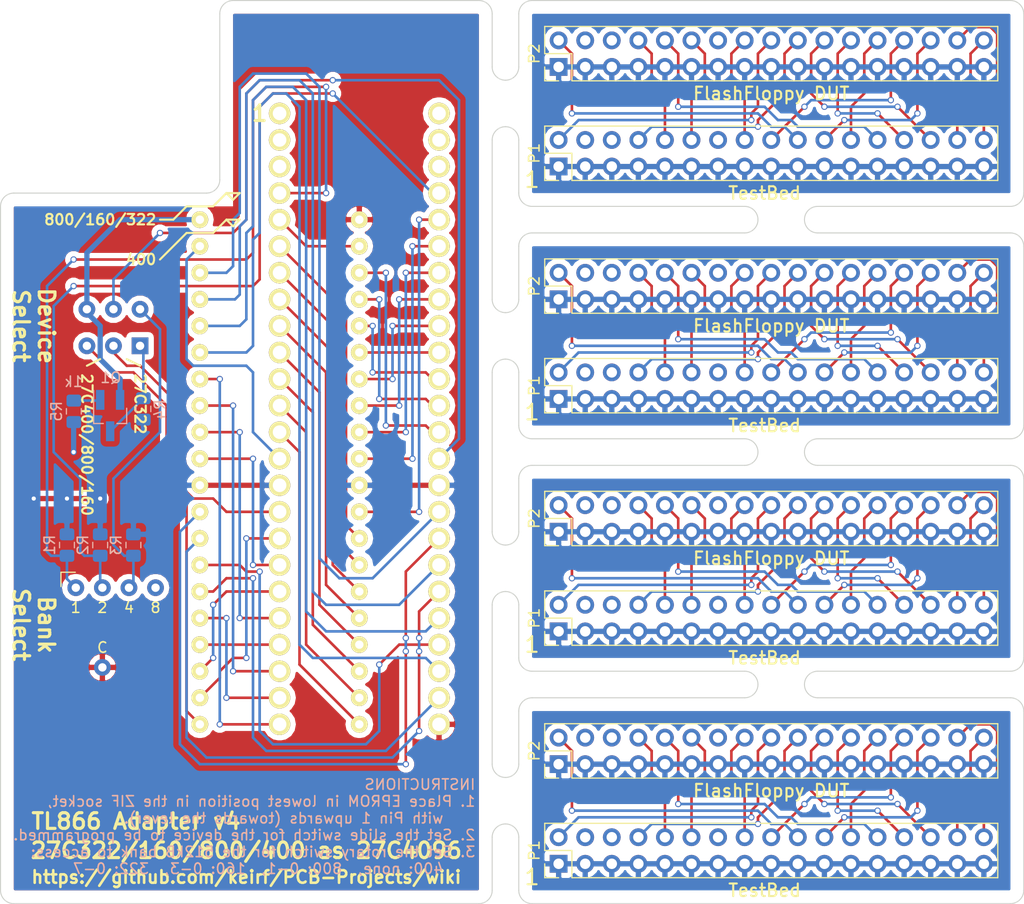
<source format=kicad_pcb>
(kicad_pcb (version 20171130) (host pcbnew 5.0.2-bee76a0~70~ubuntu18.04.1)
  (layers (0 F.Cu signal) (31 B.Cu signal) (34 B.Paste user) (35 F.Paste user) (36 B.SilkS user) (37 F.SilkS user) (38 B.Mask user) (39 F.Mask user) (44 Edge.Cuts user))
  (net 0 "")
  (net 1 /P2)
  (net 2 /P3)
  (net 3 /P4)
  (net 4 /P5)
  (net 5 /P6)
  (net 6 /P7)
  (net 7 /P8)
  (net 8 /P9)
  (net 9 /P10)
  (net 10 /P12)
  (net 11 /P13)
  (net 12 /P14)
  (net 13 /P15)
  (net 14 /P16)
  (net 15 /P17)
  (net 16 /P18)
  (net 17 /P19)
  (net 18 /P20)
  (net 19 /P21)
  (net 20 /P22)
  (net 21 /P23)
  (net 22 /P24)
  (net 23 /P25)
  (net 24 /P26)
  (net 25 /P27)
  (net 26 /P28)
  (net 27 /P29)
  (net 28 /P31)
  (net 29 /P32)
  (net 30 /P33)
  (net 31 /P34)
  (net 32 /P35)
  (net 33 /P36)
  (net 34 /P37)
  (net 35 /P38)
  (net 36 /P39)
  (net 37 /A19)
  (net 38 /A18)
  (net 39 /VCC)
  (net 40 /VSS)
  (net 41 /A20)
  (net 42 "Net-(Q1-Pad1)")
  (net 43 /VPP)
  (net 44 "Net-(Q1-Pad3)")
  (net 45 "Net-(SW1-Pad2)")
  (net 46 "Net-(SW1-Pad5)")
  (net 47 /GND)
  (net 48 "Net-(P1-Pad4)")
  (net 49 "Net-(P1-Pad6)")
  (net 50 /IDX)
  (net 51 /SEL0)
  (net 52 /SEL1)
  (net 53 "Net-(P1-Pad14)")
  (net 54 /MTR)
  (net 55 /DIR)
  (net 56 /STEP)
  (net 57 /WDATA)
  (net 58 /WGATE)
  (net 59 /TRK0)
  (net 60 /WRPROT)
  (net 61 /RDATA)
  (net 62 /SIDE)
  (net 63 /RDY)
  (net 64 /DSKCHG)
  (module FF:27C160 (layer F.Cu) (at 140.97 53.975)
    (fp_text reference U2 hide)
    (fp_text value 27C322 hide)
    (pad 48 thru_hole oval (at 15.24 0) (size 2.05 2.05) (drill 1.3) (layers *.Cu *.Mask F.SilkS))
    (pad 47 thru_hole oval (at 15.24 2.54) (size 2.05 2.05) (drill 1.3) (layers *.Cu *.Mask F.SilkS))
    (pad 46 thru_hole oval (at 15.24 5.08) (size 2.05 2.05) (drill 1.3) (layers *.Cu *.Mask F.SilkS))
    (pad 45 thru_hole oval (at 15.24 7.62) (size 2.05 2.05) (drill 1.3) (layers *.Cu *.Mask F.SilkS) (net 37 /A19))
    (pad 44 thru_hole oval (at 15.24 10.16) (size 2.05 2.05) (drill 1.3) (layers *.Cu *.Mask F.SilkS) (net 27 /P29))
    (pad 43 thru_hole oval (at 15.24 12.7) (size 2.05 2.05) (drill 1.3) (layers *.Cu *.Mask F.SilkS) (net 28 /P31))
    (pad 42 thru_hole oval (at 15.24 15.24) (size 2.05 2.05) (drill 1.3) (layers *.Cu *.Mask F.SilkS) (net 29 /P32))
    (pad 41 thru_hole oval (at 15.24 17.78) (size 2.05 2.05) (drill 1.3) (layers *.Cu *.Mask F.SilkS) (net 30 /P33))
    (pad 1 thru_hole oval (at 0 0) (size 2.05 2.05) (drill 1.3) (layers *.Cu *.Mask F.SilkS))
    (pad 2 thru_hole oval (at 0 2.54) (size 2.05 2.05) (drill 1.3) (layers *.Cu *.Mask F.SilkS))
    (pad 3 thru_hole oval (at 0 5.08) (size 2.05 2.05) (drill 1.3) (layers *.Cu *.Mask F.SilkS))
    (pad 4 thru_hole oval (at 0 7.62) (size 2.05 2.05) (drill 1.3) (layers *.Cu *.Mask F.SilkS) (net 38 /A18))
    (pad 5 thru_hole oval (at 0 10.16) (size 2.05 2.05) (drill 1.3) (layers *.Cu *.Mask F.SilkS) (net 36 /P39))
    (pad 6 thru_hole oval (at 0 12.7) (size 2.05 2.05) (drill 1.3) (layers *.Cu *.Mask F.SilkS) (net 26 /P28))
    (pad 7 thru_hole oval (at 0 15.24) (size 2.05 2.05) (drill 1.3) (layers *.Cu *.Mask F.SilkS) (net 25 /P27))
    (pad 8 thru_hole oval (at 0 17.78) (size 2.05 2.05) (drill 1.3) (layers *.Cu *.Mask F.SilkS) (net 24 /P26))
    (pad 9 thru_hole oval (at 0 20.32) (size 2.05 2.05) (drill 1.3) (layers *.Cu *.Mask F.SilkS) (net 23 /P25))
    (pad 10 thru_hole oval (at 0 22.86) (size 2.05 2.05) (drill 1.3) (layers *.Cu *.Mask F.SilkS) (net 22 /P24))
    (pad 11 thru_hole oval (at 0 25.4) (size 2.05 2.05) (drill 1.3) (layers *.Cu *.Mask F.SilkS) (net 21 /P23))
    (pad 12 thru_hole oval (at 0 27.94) (size 2.05 2.05) (drill 1.3) (layers *.Cu *.Mask F.SilkS) (net 20 /P22))
    (pad 13 thru_hole oval (at 0 30.48) (size 2.05 2.05) (drill 1.3) (layers *.Cu *.Mask F.SilkS) (net 19 /P21))
    (pad 14 thru_hole oval (at 0 33.02) (size 2.05 2.05) (drill 1.3) (layers *.Cu *.Mask F.SilkS) (net 1 /P2))
    (pad 15 thru_hole oval (at 0 35.56) (size 2.05 2.05) (drill 1.3) (layers *.Cu *.Mask F.SilkS) (net 40 /VSS))
    (pad 16 thru_hole oval (at 0 38.1) (size 2.05 2.05) (drill 1.3) (layers *.Cu *.Mask F.SilkS) (net 45 "Net-(SW1-Pad2)"))
    (pad 17 thru_hole oval (at 0 40.64) (size 2.05 2.05) (drill 1.3) (layers *.Cu *.Mask F.SilkS) (net 17 /P19))
    (pad 18 thru_hole oval (at 0 43.18) (size 2.05 2.05) (drill 1.3) (layers *.Cu *.Mask F.SilkS) (net 9 /P10))
    (pad 19 thru_hole oval (at 0 45.72) (size 2.05 2.05) (drill 1.3) (layers *.Cu *.Mask F.SilkS) (net 16 /P18))
    (pad 20 thru_hole oval (at 0 48.26) (size 2.05 2.05) (drill 1.3) (layers *.Cu *.Mask F.SilkS) (net 8 /P9))
    (pad 21 thru_hole oval (at 0 50.8) (size 2.05 2.05) (drill 1.3) (layers *.Cu *.Mask F.SilkS) (net 15 /P17))
    (pad 22 thru_hole oval (at 0 53.34) (size 2.05 2.05) (drill 1.3) (layers *.Cu *.Mask F.SilkS) (net 7 /P8))
    (pad 23 thru_hole oval (at 0 55.88) (size 2.05 2.05) (drill 1.3) (layers *.Cu *.Mask F.SilkS) (net 14 /P16))
    (pad 24 thru_hole oval (at 0 58.42) (size 2.05 2.05) (drill 1.3) (layers *.Cu *.Mask F.SilkS) (net 6 /P7))
    (pad 25 thru_hole oval (at 15.24 58.42) (size 2.05 2.05) (drill 1.3) (layers *.Cu *.Mask F.SilkS) (net 39 /VCC))
    (pad 26 thru_hole oval (at 15.24 55.88) (size 2.05 2.05) (drill 1.3) (layers *.Cu *.Mask F.SilkS) (net 13 /P15))
    (pad 27 thru_hole oval (at 15.24 53.34) (size 2.05 2.05) (drill 1.3) (layers *.Cu *.Mask F.SilkS) (net 5 /P6))
    (pad 28 thru_hole oval (at 15.24 50.8) (size 2.05 2.05) (drill 1.3) (layers *.Cu *.Mask F.SilkS) (net 12 /P14))
    (pad 29 thru_hole oval (at 15.24 48.26) (size 2.05 2.05) (drill 1.3) (layers *.Cu *.Mask F.SilkS) (net 4 /P5))
    (pad 30 thru_hole oval (at 15.24 45.72) (size 2.05 2.05) (drill 1.3) (layers *.Cu *.Mask F.SilkS) (net 11 /P13))
    (pad 31 thru_hole oval (at 15.24 43.18) (size 2.05 2.05) (drill 1.3) (layers *.Cu *.Mask F.SilkS) (net 3 /P4))
    (pad 32 thru_hole oval (at 15.24 40.64) (size 2.05 2.05) (drill 1.3) (layers *.Cu *.Mask F.SilkS) (net 10 /P12))
    (pad 33 thru_hole oval (at 15.24 38.1) (size 2.05 2.05) (drill 1.3) (layers *.Cu *.Mask F.SilkS) (net 2 /P3))
    (pad 34 thru_hole oval (at 15.24 35.56) (size 2.05 2.05) (drill 1.3) (layers *.Cu *.Mask F.SilkS) (net 40 /VSS))
    (pad 35 thru_hole oval (at 15.24 33.02) (size 2.05 2.05) (drill 1.3) (layers *.Cu *.Mask F.SilkS) (net 46 "Net-(SW1-Pad5)"))
    (pad 36 thru_hole oval (at 15.24 30.48) (size 2.05 2.05) (drill 1.3) (layers *.Cu *.Mask F.SilkS) (net 35 /P38))
    (pad 37 thru_hole oval (at 15.24 27.94) (size 2.05 2.05) (drill 1.3) (layers *.Cu *.Mask F.SilkS) (net 34 /P37))
    (pad 38 thru_hole oval (at 15.24 25.4) (size 2.05 2.05) (drill 1.3) (layers *.Cu *.Mask F.SilkS) (net 33 /P36))
    (pad 39 thru_hole oval (at 15.24 22.86) (size 2.05 2.05) (drill 1.3) (layers *.Cu *.Mask F.SilkS) (net 32 /P35))
    (pad 40 thru_hole oval (at 15.24 20.32) (size 2.05 2.05) (drill 1.3) (layers *.Cu *.Mask F.SilkS) (net 31 /P34))
  )
  (module FF:27C4096 (layer F.Cu) (at 133.35 64.135)
    (fp_text reference U1 hide)
    (fp_text value 27C4096 hide)
    (pad 1 thru_hole oval (at 0 0) (size 1.6 1.6) (drill 0.8) (layers *.Cu *.Mask F.SilkS) (net 43 /VPP))
    (pad 2 thru_hole oval (at 0 2.54) (size 1.6 1.6) (drill 0.8) (layers *.Cu *.Mask F.SilkS) (net 1 /P2))
    (pad 3 thru_hole oval (at 0 5.08) (size 1.6 1.6) (drill 0.8) (layers *.Cu *.Mask F.SilkS) (net 2 /P3))
    (pad 4 thru_hole oval (at 0 7.62) (size 1.6 1.6) (drill 0.8) (layers *.Cu *.Mask F.SilkS) (net 3 /P4))
    (pad 5 thru_hole oval (at 0 10.16) (size 1.6 1.6) (drill 0.8) (layers *.Cu *.Mask F.SilkS) (net 4 /P5))
    (pad 6 thru_hole oval (at 0 12.7) (size 1.6 1.6) (drill 0.8) (layers *.Cu *.Mask F.SilkS) (net 5 /P6))
    (pad 7 thru_hole oval (at 0 15.24) (size 1.6 1.6) (drill 0.8) (layers *.Cu *.Mask F.SilkS) (net 6 /P7))
    (pad 8 thru_hole oval (at 0 17.78) (size 1.6 1.6) (drill 0.8) (layers *.Cu *.Mask F.SilkS) (net 7 /P8))
    (pad 9 thru_hole oval (at 0 20.32) (size 1.6 1.6) (drill 0.8) (layers *.Cu *.Mask F.SilkS) (net 8 /P9))
    (pad 10 thru_hole oval (at 0 22.86) (size 1.6 1.6) (drill 0.8) (layers *.Cu *.Mask F.SilkS) (net 9 /P10))
    (pad 11 thru_hole oval (at 0 25.4) (size 1.6 1.6) (drill 0.8) (layers *.Cu *.Mask F.SilkS) (net 40 /VSS))
    (pad 12 thru_hole oval (at 0 27.94) (size 1.6 1.6) (drill 0.8) (layers *.Cu *.Mask F.SilkS) (net 10 /P12))
    (pad 13 thru_hole oval (at 0 30.48) (size 1.6 1.6) (drill 0.8) (layers *.Cu *.Mask F.SilkS) (net 11 /P13))
    (pad 14 thru_hole oval (at 0 33.02) (size 1.6 1.6) (drill 0.8) (layers *.Cu *.Mask F.SilkS) (net 12 /P14))
    (pad 15 thru_hole oval (at 0 35.56) (size 1.6 1.6) (drill 0.8) (layers *.Cu *.Mask F.SilkS) (net 13 /P15))
    (pad 16 thru_hole oval (at 0 38.1) (size 1.6 1.6) (drill 0.8) (layers *.Cu *.Mask F.SilkS) (net 14 /P16))
    (pad 17 thru_hole oval (at 0 40.64) (size 1.6 1.6) (drill 0.8) (layers *.Cu *.Mask F.SilkS) (net 15 /P17))
    (pad 18 thru_hole oval (at 0 43.18) (size 1.6 1.6) (drill 0.8) (layers *.Cu *.Mask F.SilkS) (net 16 /P18))
    (pad 19 thru_hole oval (at 0 45.72) (size 1.6 1.6) (drill 0.8) (layers *.Cu *.Mask F.SilkS) (net 17 /P19))
    (pad 20 thru_hole oval (at 0 48.26) (size 1.6 1.6) (drill 0.8) (layers *.Cu *.Mask F.SilkS) (net 18 /P20))
    (pad 21 thru_hole oval (at 15.24 48.26) (size 1.6 1.6) (drill 0.8) (layers *.Cu *.Mask F.SilkS) (net 19 /P21))
    (pad 22 thru_hole oval (at 15.24 45.72) (size 1.6 1.6) (drill 0.8) (layers *.Cu *.Mask F.SilkS) (net 20 /P22))
    (pad 23 thru_hole oval (at 15.24 43.18) (size 1.6 1.6) (drill 0.8) (layers *.Cu *.Mask F.SilkS) (net 21 /P23))
    (pad 24 thru_hole oval (at 15.24 40.64) (size 1.6 1.6) (drill 0.8) (layers *.Cu *.Mask F.SilkS) (net 22 /P24))
    (pad 25 thru_hole oval (at 15.24 38.1) (size 1.6 1.6) (drill 0.8) (layers *.Cu *.Mask F.SilkS) (net 23 /P25))
    (pad 26 thru_hole oval (at 15.24 35.56) (size 1.6 1.6) (drill 0.8) (layers *.Cu *.Mask F.SilkS) (net 24 /P26))
    (pad 27 thru_hole oval (at 15.24 33.02) (size 1.6 1.6) (drill 0.8) (layers *.Cu *.Mask F.SilkS) (net 25 /P27))
    (pad 28 thru_hole oval (at 15.24 30.48) (size 1.6 1.6) (drill 0.8) (layers *.Cu *.Mask F.SilkS) (net 26 /P28))
    (pad 29 thru_hole oval (at 15.24 27.94) (size 1.6 1.6) (drill 0.8) (layers *.Cu *.Mask F.SilkS) (net 27 /P29))
    (pad 30 thru_hole oval (at 15.24 25.4) (size 1.6 1.6) (drill 0.8) (layers *.Cu *.Mask F.SilkS) (net 40 /VSS))
    (pad 31 thru_hole oval (at 15.24 22.86) (size 1.6 1.6) (drill 0.8) (layers *.Cu *.Mask F.SilkS) (net 28 /P31))
    (pad 32 thru_hole oval (at 15.24 20.32) (size 1.6 1.6) (drill 0.8) (layers *.Cu *.Mask F.SilkS) (net 29 /P32))
    (pad 33 thru_hole oval (at 15.24 17.78) (size 1.6 1.6) (drill 0.8) (layers *.Cu *.Mask F.SilkS) (net 30 /P33))
    (pad 34 thru_hole oval (at 15.24 15.24) (size 1.6 1.6) (drill 0.8) (layers *.Cu *.Mask F.SilkS) (net 31 /P34))
    (pad 35 thru_hole oval (at 15.24 12.7) (size 1.6 1.6) (drill 0.8) (layers *.Cu *.Mask F.SilkS) (net 32 /P35))
    (pad 36 thru_hole oval (at 15.24 10.16) (size 1.6 1.6) (drill 0.8) (layers *.Cu *.Mask F.SilkS) (net 33 /P36))
    (pad 37 thru_hole oval (at 15.24 7.62) (size 1.6 1.6) (drill 0.8) (layers *.Cu *.Mask F.SilkS) (net 34 /P37))
    (pad 38 thru_hole oval (at 15.24 5.08) (size 1.6 1.6) (drill 0.8) (layers *.Cu *.Mask F.SilkS) (net 35 /P38))
    (pad 39 thru_hole oval (at 15.24 2.54) (size 1.6 1.6) (drill 0.8) (layers *.Cu *.Mask F.SilkS) (net 36 /P39))
    (pad 40 thru_hole oval (at 15.24 0) (size 1.6 1.6) (drill 0.8) (layers *.Cu *.Mask F.SilkS) (net 39 /VCC))
  )
  (module Resistor_SMD:R_0805_2012Metric_Pad1.15x1.40mm_HandSolder (layer B.Cu) (at 120.65 95.25 270)
    (fp_text reference R1 (at 0 1.65 270) (layer B.SilkS) (effects (justify mirror)))
    (fp_text value 10K)
    (pad 2 smd roundrect (at 1.025 0 270) (size 1.15 1.4) (layers B.Cu B.Paste B.Mask) (roundrect_rratio 0.217391) (net 38 /A18))
    (pad 1 smd roundrect (at -1.025 0 270) (size 1.15 1.4) (layers B.Cu B.Paste B.Mask) (roundrect_rratio 0.217391) (net 40 /VSS))
  )
  (module Resistor_SMD:R_0805_2012Metric_Pad1.15x1.40mm_HandSolder (layer B.Cu) (at 123.825 95.25 270)
    (fp_text reference R2 (at 0 1.65 270) (layer B.SilkS) (effects (justify mirror)))
    (fp_text value 10K)
    (pad 1 smd roundrect (at -1.025 0 270) (size 1.15 1.4) (layers B.Cu B.Paste B.Mask) (roundrect_rratio 0.217391) (net 40 /VSS))
    (pad 2 smd roundrect (at 1.025 0 270) (size 1.15 1.4) (layers B.Cu B.Paste B.Mask) (roundrect_rratio 0.217391) (net 37 /A19))
  )
  (module Resistor_SMD:R_0805_2012Metric_Pad1.15x1.40mm_HandSolder (layer B.Cu) (at 127 95.25 270)
    (fp_text reference R3 (at 0 1.65 270) (layer B.SilkS) (effects (justify mirror)))
    (fp_text value 10K)
    (pad 1 smd roundrect (at -1.025 0 270) (size 1.15 1.4) (layers B.Cu B.Paste B.Mask) (roundrect_rratio 0.217391) (net 40 /VSS))
    (pad 2 smd roundrect (at 1.025 0 270) (size 1.15 1.4) (layers B.Cu B.Paste B.Mask) (roundrect_rratio 0.217391) (net 41 /A20))
  )
  (module Resistor_SMD:R_0805_2012Metric_Pad1.15x1.40mm_HandSolder (layer B.Cu) (at 127.9525 82.2325 270)
    (fp_text reference R4 (at 0.0635 -1.5875 270) (layer B.SilkS) (effects (justify mirror)))
    (fp_text value 10K)
    (pad 2 smd roundrect (at 1.025 0 270) (size 1.15 1.4) (layers B.Cu B.Paste B.Mask) (roundrect_rratio 0.217391) (net 40 /VSS))
    (pad 1 smd roundrect (at -1.025 0 270) (size 1.15 1.4) (layers B.Cu B.Paste B.Mask) (roundrect_rratio 0.217391) (net 44 "Net-(Q1-Pad3)"))
  )
  (module Resistor_SMD:R_0805_2012Metric_Pad1.15x1.40mm_HandSolder (layer B.Cu) (at 121.307501 82.462501 270)
    (fp_text reference R5 (at 0 1.65 270) (layer B.SilkS) (effects (justify mirror)))
    (fp_text value 1K)
    (pad 1 smd roundrect (at -1.025 0 270) (size 1.15 1.4) (layers B.Cu B.Paste B.Mask) (roundrect_rratio 0.217391) (net 42 "Net-(Q1-Pad1)"))
    (pad 2 smd roundrect (at 1.025 0 270) (size 1.15 1.4) (layers B.Cu B.Paste B.Mask) (roundrect_rratio 0.217391) (net 39 /VCC))
  )
  (module Package_TO_SOT_SMD:SOT-23_Handsoldering (layer B.Cu) (at 124.7775 82.8675 270)
    (fp_text reference Q1 (at -3.6195 -0.0635) (layer B.SilkS) (effects (justify mirror)))
    (fp_text value MMBT3906)
    (pad 1 smd rect (at -1.5 0.95 270) (size 1.9 0.8) (layers B.Cu B.Paste B.Mask) (net 42 "Net-(Q1-Pad1)"))
    (pad 2 smd rect (at -1.5 -0.95 270) (size 1.9 0.8) (layers B.Cu B.Paste B.Mask) (net 43 /VPP))
    (pad 3 smd rect (at 1.5 0 270) (size 1.9 0.8) (layers B.Cu B.Paste B.Mask) (net 44 "Net-(Q1-Pad3)"))
  )
  (module FF:DPDT_Slide (layer F.Cu) (at 127.635 76.2 180)
    (fp_text reference SW1 hide)
    (fp_text value Switch_SPDT_x2)
    (pad 1 thru_hole rect (at 0 0 180) (size 1.6 1.6) (drill 0.8) (layers *.Cu *.Mask) (net 44 "Net-(Q1-Pad3)"))
    (pad 2 thru_hole circle (at 2.54 0 180) (size 1.6 1.6) (drill 0.8) (layers *.Cu *.Mask) (net 45 "Net-(SW1-Pad2)"))
    (pad 3 thru_hole circle (at 5.08 0 180) (size 1.6 1.6) (drill 0.8) (layers *.Cu *.Mask) (net 18 /P20))
    (pad 4 thru_hole circle (at 0 3.5 180) (size 1.6 1.6) (drill 0.8) (layers *.Cu *.Mask) (net 41 /A20))
    (pad 5 thru_hole circle (at 2.54 3.5 180) (size 1.6 1.6) (drill 0.8) (layers *.Cu *.Mask) (net 46 "Net-(SW1-Pad5)"))
    (pad 6 thru_hole circle (at 5.08 3.5 180) (size 1.6 1.6) (drill 0.8) (layers *.Cu *.Mask) (net 43 /VPP))
  )
  (module FF:Rotary_Switch (layer F.Cu) (at 121.495001 99.330001)
    (fp_text reference SW2 hide)
    (fp_text value SW_Coded_SH-7010 hide)
    (fp_text user 1 (at 0 1.905) (layer F.SilkS))
    (fp_text user 2 (at 2.54 1.905) (layer F.SilkS))
    (fp_text user 4 (at 5.08 1.905) (layer F.SilkS))
    (fp_text user 8 (at 7.62 1.905) (layer F.SilkS))
    (fp_text user C (at 2.54 5.715) (layer F.SilkS))
    (pad 1 thru_hole oval (at 0 0) (size 1.6 1.6) (drill 0.8) (layers *.Cu *.Mask) (net 38 /A18))
    (pad 2 thru_hole oval (at 2.54 0) (size 1.6 1.6) (drill 0.8) (layers *.Cu *.Mask) (net 37 /A19))
    (pad 4 thru_hole oval (at 5.08 0) (size 1.6 1.6) (drill 0.8) (layers *.Cu *.Mask) (net 41 /A20))
    (pad 8 thru_hole oval (at 7.62 0) (size 1.6 1.6) (drill 0.8) (layers *.Cu *.Mask))
    (pad C thru_hole oval (at 2.54 7.62) (size 1.6 1.6) (drill 0.8) (layers *.Cu *.Mask) (net 39 /VCC))
  )
  (module Connector_PinHeader_2.54mm:PinHeader_2x17_P2.54mm_Vertical (layer F.Cu) (at 167.64 59.055 90)
    (fp_text reference P1 (at 1.27 -2.33 90) (layer F.SilkS))
    (fp_text value FLOPPY_34)
    (pad 1 thru_hole rect (at 0 0 90) (size 1.7 1.7) (drill 1) (layers *.Cu *.Mask) (net 47 /GND))
    (pad 2 thru_hole oval (at 2.54 0 90) (size 1.7 1.7) (drill 1) (layers *.Cu *.Mask) (net 64 /DSKCHG))
    (pad 3 thru_hole oval (at 0 2.54 90) (size 1.7 1.7) (drill 1) (layers *.Cu *.Mask) (net 47 /GND))
    (pad 4 thru_hole oval (at 2.54 2.54 90) (size 1.7 1.7) (drill 1) (layers *.Cu *.Mask) (net 48 "Net-(P1-Pad4)"))
    (pad 5 thru_hole oval (at 0 5.08 90) (size 1.7 1.7) (drill 1) (layers *.Cu *.Mask) (net 47 /GND))
    (pad 6 thru_hole oval (at 2.54 5.08 90) (size 1.7 1.7) (drill 1) (layers *.Cu *.Mask) (net 49 "Net-(P1-Pad6)"))
    (pad 7 thru_hole oval (at 0 7.62 90) (size 1.7 1.7) (drill 1) (layers *.Cu *.Mask) (net 47 /GND))
    (pad 8 thru_hole oval (at 2.54 7.62 90) (size 1.7 1.7) (drill 1) (layers *.Cu *.Mask) (net 50 /IDX))
    (pad 9 thru_hole oval (at 0 10.16 90) (size 1.7 1.7) (drill 1) (layers *.Cu *.Mask) (net 47 /GND))
    (pad 10 thru_hole oval (at 2.54 10.16 90) (size 1.7 1.7) (drill 1) (layers *.Cu *.Mask) (net 51 /SEL0))
    (pad 11 thru_hole oval (at 0 12.7 90) (size 1.7 1.7) (drill 1) (layers *.Cu *.Mask) (net 47 /GND))
    (pad 12 thru_hole oval (at 2.54 12.7 90) (size 1.7 1.7) (drill 1) (layers *.Cu *.Mask) (net 52 /SEL1))
    (pad 13 thru_hole oval (at 0 15.24 90) (size 1.7 1.7) (drill 1) (layers *.Cu *.Mask) (net 47 /GND))
    (pad 14 thru_hole oval (at 2.54 15.24 90) (size 1.7 1.7) (drill 1) (layers *.Cu *.Mask) (net 53 "Net-(P1-Pad14)"))
    (pad 15 thru_hole oval (at 0 17.78 90) (size 1.7 1.7) (drill 1) (layers *.Cu *.Mask) (net 47 /GND))
    (pad 16 thru_hole oval (at 2.54 17.78 90) (size 1.7 1.7) (drill 1) (layers *.Cu *.Mask) (net 54 /MTR))
    (pad 17 thru_hole oval (at 0 20.32 90) (size 1.7 1.7) (drill 1) (layers *.Cu *.Mask) (net 47 /GND))
    (pad 18 thru_hole oval (at 2.54 20.32 90) (size 1.7 1.7) (drill 1) (layers *.Cu *.Mask) (net 55 /DIR))
    (pad 19 thru_hole oval (at 0 22.86 90) (size 1.7 1.7) (drill 1) (layers *.Cu *.Mask) (net 47 /GND))
    (pad 20 thru_hole oval (at 2.54 22.86 90) (size 1.7 1.7) (drill 1) (layers *.Cu *.Mask) (net 56 /STEP))
    (pad 21 thru_hole oval (at 0 25.4 90) (size 1.7 1.7) (drill 1) (layers *.Cu *.Mask) (net 47 /GND))
    (pad 22 thru_hole oval (at 2.54 25.4 90) (size 1.7 1.7) (drill 1) (layers *.Cu *.Mask) (net 57 /WDATA))
    (pad 23 thru_hole oval (at 0 27.94 90) (size 1.7 1.7) (drill 1) (layers *.Cu *.Mask) (net 47 /GND))
    (pad 24 thru_hole oval (at 2.54 27.94 90) (size 1.7 1.7) (drill 1) (layers *.Cu *.Mask) (net 58 /WGATE))
    (pad 25 thru_hole oval (at 0 30.48 90) (size 1.7 1.7) (drill 1) (layers *.Cu *.Mask) (net 47 /GND))
    (pad 26 thru_hole oval (at 2.54 30.48 90) (size 1.7 1.7) (drill 1) (layers *.Cu *.Mask) (net 59 /TRK0))
    (pad 27 thru_hole oval (at 0 33.02 90) (size 1.7 1.7) (drill 1) (layers *.Cu *.Mask) (net 47 /GND))
    (pad 28 thru_hole oval (at 2.54 33.02 90) (size 1.7 1.7) (drill 1) (layers *.Cu *.Mask) (net 60 /WRPROT))
    (pad 29 thru_hole oval (at 0 35.56 90) (size 1.7 1.7) (drill 1) (layers *.Cu *.Mask) (net 47 /GND))
    (pad 30 thru_hole oval (at 2.54 35.56 90) (size 1.7 1.7) (drill 1) (layers *.Cu *.Mask) (net 61 /RDATA))
    (pad 31 thru_hole oval (at 0 38.1 90) (size 1.7 1.7) (drill 1) (layers *.Cu *.Mask) (net 47 /GND))
    (pad 32 thru_hole oval (at 2.54 38.1 90) (size 1.7 1.7) (drill 1) (layers *.Cu *.Mask) (net 62 /SIDE))
    (pad 33 thru_hole oval (at 0 40.64 90) (size 1.7 1.7) (drill 1) (layers *.Cu *.Mask) (net 47 /GND))
    (pad 34 thru_hole oval (at 2.54 40.64 90) (size 1.7 1.7) (drill 1) (layers *.Cu *.Mask) (net 63 /RDY))
  )
  (module Connector_PinHeader_2.54mm:PinHeader_2x17_P2.54mm_Vertical (layer F.Cu) (at 167.64 49.53 90)
    (fp_text reference P2 (at 1.27 -2.33 90) (layer F.SilkS))
    (fp_text value FLOPPY_34)
    (pad 34 thru_hole oval (at 2.54 40.64 90) (size 1.7 1.7) (drill 1) (layers *.Cu *.Mask) (net 62 /SIDE))
    (pad 33 thru_hole oval (at 0 40.64 90) (size 1.7 1.7) (drill 1) (layers *.Cu *.Mask) (net 47 /GND))
    (pad 32 thru_hole oval (at 2.54 38.1 90) (size 1.7 1.7) (drill 1) (layers *.Cu *.Mask) (net 63 /RDY))
    (pad 31 thru_hole oval (at 0 38.1 90) (size 1.7 1.7) (drill 1) (layers *.Cu *.Mask) (net 47 /GND))
    (pad 30 thru_hole oval (at 2.54 35.56 90) (size 1.7 1.7) (drill 1) (layers *.Cu *.Mask) (net 57 /WDATA))
    (pad 29 thru_hole oval (at 0 35.56 90) (size 1.7 1.7) (drill 1) (layers *.Cu *.Mask) (net 47 /GND))
    (pad 28 thru_hole oval (at 2.54 33.02 90) (size 1.7 1.7) (drill 1) (layers *.Cu *.Mask) (net 55 /DIR))
    (pad 27 thru_hole oval (at 0 33.02 90) (size 1.7 1.7) (drill 1) (layers *.Cu *.Mask) (net 47 /GND))
    (pad 26 thru_hole oval (at 2.54 30.48 90) (size 1.7 1.7) (drill 1) (layers *.Cu *.Mask) (net 58 /WGATE))
    (pad 25 thru_hole oval (at 0 30.48 90) (size 1.7 1.7) (drill 1) (layers *.Cu *.Mask) (net 47 /GND))
    (pad 24 thru_hole oval (at 2.54 27.94 90) (size 1.7 1.7) (drill 1) (layers *.Cu *.Mask) (net 60 /WRPROT))
    (pad 23 thru_hole oval (at 0 27.94 90) (size 1.7 1.7) (drill 1) (layers *.Cu *.Mask) (net 47 /GND))
    (pad 22 thru_hole oval (at 2.54 25.4 90) (size 1.7 1.7) (drill 1) (layers *.Cu *.Mask) (net 61 /RDATA))
    (pad 21 thru_hole oval (at 0 25.4 90) (size 1.7 1.7) (drill 1) (layers *.Cu *.Mask) (net 47 /GND))
    (pad 20 thru_hole oval (at 2.54 22.86 90) (size 1.7 1.7) (drill 1) (layers *.Cu *.Mask) (net 50 /IDX))
    (pad 19 thru_hole oval (at 0 22.86 90) (size 1.7 1.7) (drill 1) (layers *.Cu *.Mask) (net 47 /GND))
    (pad 18 thru_hole oval (at 2.54 20.32 90) (size 1.7 1.7) (drill 1) (layers *.Cu *.Mask) (net 64 /DSKCHG))
    (pad 17 thru_hole oval (at 0 20.32 90) (size 1.7 1.7) (drill 1) (layers *.Cu *.Mask) (net 47 /GND))
    (pad 16 thru_hole oval (at 2.54 17.78 90) (size 1.7 1.7) (drill 1) (layers *.Cu *.Mask) (net 54 /MTR))
    (pad 15 thru_hole oval (at 0 17.78 90) (size 1.7 1.7) (drill 1) (layers *.Cu *.Mask) (net 47 /GND))
    (pad 14 thru_hole oval (at 2.54 15.24 90) (size 1.7 1.7) (drill 1) (layers *.Cu *.Mask))
    (pad 13 thru_hole oval (at 0 15.24 90) (size 1.7 1.7) (drill 1) (layers *.Cu *.Mask) (net 47 /GND))
    (pad 12 thru_hole oval (at 2.54 12.7 90) (size 1.7 1.7) (drill 1) (layers *.Cu *.Mask) (net 52 /SEL1))
    (pad 11 thru_hole oval (at 0 12.7 90) (size 1.7 1.7) (drill 1) (layers *.Cu *.Mask) (net 47 /GND))
    (pad 10 thru_hole oval (at 2.54 10.16 90) (size 1.7 1.7) (drill 1) (layers *.Cu *.Mask) (net 59 /TRK0))
    (pad 9 thru_hole oval (at 0 10.16 90) (size 1.7 1.7) (drill 1) (layers *.Cu *.Mask) (net 47 /GND))
    (pad 8 thru_hole oval (at 2.54 7.62 90) (size 1.7 1.7) (drill 1) (layers *.Cu *.Mask) (net 51 /SEL0))
    (pad 7 thru_hole oval (at 0 7.62 90) (size 1.7 1.7) (drill 1) (layers *.Cu *.Mask) (net 47 /GND))
    (pad 6 thru_hole oval (at 2.54 5.08 90) (size 1.7 1.7) (drill 1) (layers *.Cu *.Mask))
    (pad 5 thru_hole oval (at 0 5.08 90) (size 1.7 1.7) (drill 1) (layers *.Cu *.Mask) (net 47 /GND))
    (pad 4 thru_hole oval (at 2.54 2.54 90) (size 1.7 1.7) (drill 1) (layers *.Cu *.Mask))
    (pad 3 thru_hole oval (at 0 2.54 90) (size 1.7 1.7) (drill 1) (layers *.Cu *.Mask) (net 47 /GND))
    (pad 2 thru_hole oval (at 2.54 0 90) (size 1.7 1.7) (drill 1) (layers *.Cu *.Mask) (net 56 /STEP))
    (pad 1 thru_hole rect (at 0 0 90) (size 1.7 1.7) (drill 1) (layers *.Cu *.Mask) (net 47 /GND))
  )
  (module Connector_PinHeader_2.54mm:PinHeader_2x17_P2.54mm_Vertical (layer F.Cu) (at 167.64 81.28 90)
    (fp_text reference P1 (at 1.27 -2.33 90) (layer F.SilkS))
    (fp_text value FLOPPY_34)
    (pad 1 thru_hole rect (at 0 0 90) (size 1.7 1.7) (drill 1) (layers *.Cu *.Mask) (net 47 /GND))
    (pad 2 thru_hole oval (at 2.54 0 90) (size 1.7 1.7) (drill 1) (layers *.Cu *.Mask) (net 64 /DSKCHG))
    (pad 3 thru_hole oval (at 0 2.54 90) (size 1.7 1.7) (drill 1) (layers *.Cu *.Mask) (net 47 /GND))
    (pad 4 thru_hole oval (at 2.54 2.54 90) (size 1.7 1.7) (drill 1) (layers *.Cu *.Mask) (net 48 "Net-(P1-Pad4)"))
    (pad 5 thru_hole oval (at 0 5.08 90) (size 1.7 1.7) (drill 1) (layers *.Cu *.Mask) (net 47 /GND))
    (pad 6 thru_hole oval (at 2.54 5.08 90) (size 1.7 1.7) (drill 1) (layers *.Cu *.Mask) (net 49 "Net-(P1-Pad6)"))
    (pad 7 thru_hole oval (at 0 7.62 90) (size 1.7 1.7) (drill 1) (layers *.Cu *.Mask) (net 47 /GND))
    (pad 8 thru_hole oval (at 2.54 7.62 90) (size 1.7 1.7) (drill 1) (layers *.Cu *.Mask) (net 50 /IDX))
    (pad 9 thru_hole oval (at 0 10.16 90) (size 1.7 1.7) (drill 1) (layers *.Cu *.Mask) (net 47 /GND))
    (pad 10 thru_hole oval (at 2.54 10.16 90) (size 1.7 1.7) (drill 1) (layers *.Cu *.Mask) (net 51 /SEL0))
    (pad 11 thru_hole oval (at 0 12.7 90) (size 1.7 1.7) (drill 1) (layers *.Cu *.Mask) (net 47 /GND))
    (pad 12 thru_hole oval (at 2.54 12.7 90) (size 1.7 1.7) (drill 1) (layers *.Cu *.Mask) (net 52 /SEL1))
    (pad 13 thru_hole oval (at 0 15.24 90) (size 1.7 1.7) (drill 1) (layers *.Cu *.Mask) (net 47 /GND))
    (pad 14 thru_hole oval (at 2.54 15.24 90) (size 1.7 1.7) (drill 1) (layers *.Cu *.Mask) (net 53 "Net-(P1-Pad14)"))
    (pad 15 thru_hole oval (at 0 17.78 90) (size 1.7 1.7) (drill 1) (layers *.Cu *.Mask) (net 47 /GND))
    (pad 16 thru_hole oval (at 2.54 17.78 90) (size 1.7 1.7) (drill 1) (layers *.Cu *.Mask) (net 54 /MTR))
    (pad 17 thru_hole oval (at 0 20.32 90) (size 1.7 1.7) (drill 1) (layers *.Cu *.Mask) (net 47 /GND))
    (pad 18 thru_hole oval (at 2.54 20.32 90) (size 1.7 1.7) (drill 1) (layers *.Cu *.Mask) (net 55 /DIR))
    (pad 19 thru_hole oval (at 0 22.86 90) (size 1.7 1.7) (drill 1) (layers *.Cu *.Mask) (net 47 /GND))
    (pad 20 thru_hole oval (at 2.54 22.86 90) (size 1.7 1.7) (drill 1) (layers *.Cu *.Mask) (net 56 /STEP))
    (pad 21 thru_hole oval (at 0 25.4 90) (size 1.7 1.7) (drill 1) (layers *.Cu *.Mask) (net 47 /GND))
    (pad 22 thru_hole oval (at 2.54 25.4 90) (size 1.7 1.7) (drill 1) (layers *.Cu *.Mask) (net 57 /WDATA))
    (pad 23 thru_hole oval (at 0 27.94 90) (size 1.7 1.7) (drill 1) (layers *.Cu *.Mask) (net 47 /GND))
    (pad 24 thru_hole oval (at 2.54 27.94 90) (size 1.7 1.7) (drill 1) (layers *.Cu *.Mask) (net 58 /WGATE))
    (pad 25 thru_hole oval (at 0 30.48 90) (size 1.7 1.7) (drill 1) (layers *.Cu *.Mask) (net 47 /GND))
    (pad 26 thru_hole oval (at 2.54 30.48 90) (size 1.7 1.7) (drill 1) (layers *.Cu *.Mask) (net 59 /TRK0))
    (pad 27 thru_hole oval (at 0 33.02 90) (size 1.7 1.7) (drill 1) (layers *.Cu *.Mask) (net 47 /GND))
    (pad 28 thru_hole oval (at 2.54 33.02 90) (size 1.7 1.7) (drill 1) (layers *.Cu *.Mask) (net 60 /WRPROT))
    (pad 29 thru_hole oval (at 0 35.56 90) (size 1.7 1.7) (drill 1) (layers *.Cu *.Mask) (net 47 /GND))
    (pad 30 thru_hole oval (at 2.54 35.56 90) (size 1.7 1.7) (drill 1) (layers *.Cu *.Mask) (net 61 /RDATA))
    (pad 31 thru_hole oval (at 0 38.1 90) (size 1.7 1.7) (drill 1) (layers *.Cu *.Mask) (net 47 /GND))
    (pad 32 thru_hole oval (at 2.54 38.1 90) (size 1.7 1.7) (drill 1) (layers *.Cu *.Mask) (net 62 /SIDE))
    (pad 33 thru_hole oval (at 0 40.64 90) (size 1.7 1.7) (drill 1) (layers *.Cu *.Mask) (net 47 /GND))
    (pad 34 thru_hole oval (at 2.54 40.64 90) (size 1.7 1.7) (drill 1) (layers *.Cu *.Mask) (net 63 /RDY))
  )
  (module Connector_PinHeader_2.54mm:PinHeader_2x17_P2.54mm_Vertical (layer F.Cu) (at 167.64 71.755 90)
    (fp_text reference P2 (at 1.27 -2.33 90) (layer F.SilkS))
    (fp_text value FLOPPY_34)
    (pad 34 thru_hole oval (at 2.54 40.64 90) (size 1.7 1.7) (drill 1) (layers *.Cu *.Mask) (net 62 /SIDE))
    (pad 33 thru_hole oval (at 0 40.64 90) (size 1.7 1.7) (drill 1) (layers *.Cu *.Mask) (net 47 /GND))
    (pad 32 thru_hole oval (at 2.54 38.1 90) (size 1.7 1.7) (drill 1) (layers *.Cu *.Mask) (net 63 /RDY))
    (pad 31 thru_hole oval (at 0 38.1 90) (size 1.7 1.7) (drill 1) (layers *.Cu *.Mask) (net 47 /GND))
    (pad 30 thru_hole oval (at 2.54 35.56 90) (size 1.7 1.7) (drill 1) (layers *.Cu *.Mask) (net 57 /WDATA))
    (pad 29 thru_hole oval (at 0 35.56 90) (size 1.7 1.7) (drill 1) (layers *.Cu *.Mask) (net 47 /GND))
    (pad 28 thru_hole oval (at 2.54 33.02 90) (size 1.7 1.7) (drill 1) (layers *.Cu *.Mask) (net 55 /DIR))
    (pad 27 thru_hole oval (at 0 33.02 90) (size 1.7 1.7) (drill 1) (layers *.Cu *.Mask) (net 47 /GND))
    (pad 26 thru_hole oval (at 2.54 30.48 90) (size 1.7 1.7) (drill 1) (layers *.Cu *.Mask) (net 58 /WGATE))
    (pad 25 thru_hole oval (at 0 30.48 90) (size 1.7 1.7) (drill 1) (layers *.Cu *.Mask) (net 47 /GND))
    (pad 24 thru_hole oval (at 2.54 27.94 90) (size 1.7 1.7) (drill 1) (layers *.Cu *.Mask) (net 60 /WRPROT))
    (pad 23 thru_hole oval (at 0 27.94 90) (size 1.7 1.7) (drill 1) (layers *.Cu *.Mask) (net 47 /GND))
    (pad 22 thru_hole oval (at 2.54 25.4 90) (size 1.7 1.7) (drill 1) (layers *.Cu *.Mask) (net 61 /RDATA))
    (pad 21 thru_hole oval (at 0 25.4 90) (size 1.7 1.7) (drill 1) (layers *.Cu *.Mask) (net 47 /GND))
    (pad 20 thru_hole oval (at 2.54 22.86 90) (size 1.7 1.7) (drill 1) (layers *.Cu *.Mask) (net 50 /IDX))
    (pad 19 thru_hole oval (at 0 22.86 90) (size 1.7 1.7) (drill 1) (layers *.Cu *.Mask) (net 47 /GND))
    (pad 18 thru_hole oval (at 2.54 20.32 90) (size 1.7 1.7) (drill 1) (layers *.Cu *.Mask) (net 64 /DSKCHG))
    (pad 17 thru_hole oval (at 0 20.32 90) (size 1.7 1.7) (drill 1) (layers *.Cu *.Mask) (net 47 /GND))
    (pad 16 thru_hole oval (at 2.54 17.78 90) (size 1.7 1.7) (drill 1) (layers *.Cu *.Mask) (net 54 /MTR))
    (pad 15 thru_hole oval (at 0 17.78 90) (size 1.7 1.7) (drill 1) (layers *.Cu *.Mask) (net 47 /GND))
    (pad 14 thru_hole oval (at 2.54 15.24 90) (size 1.7 1.7) (drill 1) (layers *.Cu *.Mask))
    (pad 13 thru_hole oval (at 0 15.24 90) (size 1.7 1.7) (drill 1) (layers *.Cu *.Mask) (net 47 /GND))
    (pad 12 thru_hole oval (at 2.54 12.7 90) (size 1.7 1.7) (drill 1) (layers *.Cu *.Mask) (net 52 /SEL1))
    (pad 11 thru_hole oval (at 0 12.7 90) (size 1.7 1.7) (drill 1) (layers *.Cu *.Mask) (net 47 /GND))
    (pad 10 thru_hole oval (at 2.54 10.16 90) (size 1.7 1.7) (drill 1) (layers *.Cu *.Mask) (net 59 /TRK0))
    (pad 9 thru_hole oval (at 0 10.16 90) (size 1.7 1.7) (drill 1) (layers *.Cu *.Mask) (net 47 /GND))
    (pad 8 thru_hole oval (at 2.54 7.62 90) (size 1.7 1.7) (drill 1) (layers *.Cu *.Mask) (net 51 /SEL0))
    (pad 7 thru_hole oval (at 0 7.62 90) (size 1.7 1.7) (drill 1) (layers *.Cu *.Mask) (net 47 /GND))
    (pad 6 thru_hole oval (at 2.54 5.08 90) (size 1.7 1.7) (drill 1) (layers *.Cu *.Mask))
    (pad 5 thru_hole oval (at 0 5.08 90) (size 1.7 1.7) (drill 1) (layers *.Cu *.Mask) (net 47 /GND))
    (pad 4 thru_hole oval (at 2.54 2.54 90) (size 1.7 1.7) (drill 1) (layers *.Cu *.Mask))
    (pad 3 thru_hole oval (at 0 2.54 90) (size 1.7 1.7) (drill 1) (layers *.Cu *.Mask) (net 47 /GND))
    (pad 2 thru_hole oval (at 2.54 0 90) (size 1.7 1.7) (drill 1) (layers *.Cu *.Mask) (net 56 /STEP))
    (pad 1 thru_hole rect (at 0 0 90) (size 1.7 1.7) (drill 1) (layers *.Cu *.Mask) (net 47 /GND))
  )
  (module Connector_PinHeader_2.54mm:PinHeader_2x17_P2.54mm_Vertical (layer F.Cu) (at 167.64 103.505 90)
    (fp_text reference P1 (at 1.27 -2.33 90) (layer F.SilkS))
    (fp_text value FLOPPY_34)
    (pad 1 thru_hole rect (at 0 0 90) (size 1.7 1.7) (drill 1) (layers *.Cu *.Mask) (net 47 /GND))
    (pad 2 thru_hole oval (at 2.54 0 90) (size 1.7 1.7) (drill 1) (layers *.Cu *.Mask) (net 64 /DSKCHG))
    (pad 3 thru_hole oval (at 0 2.54 90) (size 1.7 1.7) (drill 1) (layers *.Cu *.Mask) (net 47 /GND))
    (pad 4 thru_hole oval (at 2.54 2.54 90) (size 1.7 1.7) (drill 1) (layers *.Cu *.Mask) (net 48 "Net-(P1-Pad4)"))
    (pad 5 thru_hole oval (at 0 5.08 90) (size 1.7 1.7) (drill 1) (layers *.Cu *.Mask) (net 47 /GND))
    (pad 6 thru_hole oval (at 2.54 5.08 90) (size 1.7 1.7) (drill 1) (layers *.Cu *.Mask) (net 49 "Net-(P1-Pad6)"))
    (pad 7 thru_hole oval (at 0 7.62 90) (size 1.7 1.7) (drill 1) (layers *.Cu *.Mask) (net 47 /GND))
    (pad 8 thru_hole oval (at 2.54 7.62 90) (size 1.7 1.7) (drill 1) (layers *.Cu *.Mask) (net 50 /IDX))
    (pad 9 thru_hole oval (at 0 10.16 90) (size 1.7 1.7) (drill 1) (layers *.Cu *.Mask) (net 47 /GND))
    (pad 10 thru_hole oval (at 2.54 10.16 90) (size 1.7 1.7) (drill 1) (layers *.Cu *.Mask) (net 51 /SEL0))
    (pad 11 thru_hole oval (at 0 12.7 90) (size 1.7 1.7) (drill 1) (layers *.Cu *.Mask) (net 47 /GND))
    (pad 12 thru_hole oval (at 2.54 12.7 90) (size 1.7 1.7) (drill 1) (layers *.Cu *.Mask) (net 52 /SEL1))
    (pad 13 thru_hole oval (at 0 15.24 90) (size 1.7 1.7) (drill 1) (layers *.Cu *.Mask) (net 47 /GND))
    (pad 14 thru_hole oval (at 2.54 15.24 90) (size 1.7 1.7) (drill 1) (layers *.Cu *.Mask) (net 53 "Net-(P1-Pad14)"))
    (pad 15 thru_hole oval (at 0 17.78 90) (size 1.7 1.7) (drill 1) (layers *.Cu *.Mask) (net 47 /GND))
    (pad 16 thru_hole oval (at 2.54 17.78 90) (size 1.7 1.7) (drill 1) (layers *.Cu *.Mask) (net 54 /MTR))
    (pad 17 thru_hole oval (at 0 20.32 90) (size 1.7 1.7) (drill 1) (layers *.Cu *.Mask) (net 47 /GND))
    (pad 18 thru_hole oval (at 2.54 20.32 90) (size 1.7 1.7) (drill 1) (layers *.Cu *.Mask) (net 55 /DIR))
    (pad 19 thru_hole oval (at 0 22.86 90) (size 1.7 1.7) (drill 1) (layers *.Cu *.Mask) (net 47 /GND))
    (pad 20 thru_hole oval (at 2.54 22.86 90) (size 1.7 1.7) (drill 1) (layers *.Cu *.Mask) (net 56 /STEP))
    (pad 21 thru_hole oval (at 0 25.4 90) (size 1.7 1.7) (drill 1) (layers *.Cu *.Mask) (net 47 /GND))
    (pad 22 thru_hole oval (at 2.54 25.4 90) (size 1.7 1.7) (drill 1) (layers *.Cu *.Mask) (net 57 /WDATA))
    (pad 23 thru_hole oval (at 0 27.94 90) (size 1.7 1.7) (drill 1) (layers *.Cu *.Mask) (net 47 /GND))
    (pad 24 thru_hole oval (at 2.54 27.94 90) (size 1.7 1.7) (drill 1) (layers *.Cu *.Mask) (net 58 /WGATE))
    (pad 25 thru_hole oval (at 0 30.48 90) (size 1.7 1.7) (drill 1) (layers *.Cu *.Mask) (net 47 /GND))
    (pad 26 thru_hole oval (at 2.54 30.48 90) (size 1.7 1.7) (drill 1) (layers *.Cu *.Mask) (net 59 /TRK0))
    (pad 27 thru_hole oval (at 0 33.02 90) (size 1.7 1.7) (drill 1) (layers *.Cu *.Mask) (net 47 /GND))
    (pad 28 thru_hole oval (at 2.54 33.02 90) (size 1.7 1.7) (drill 1) (layers *.Cu *.Mask) (net 60 /WRPROT))
    (pad 29 thru_hole oval (at 0 35.56 90) (size 1.7 1.7) (drill 1) (layers *.Cu *.Mask) (net 47 /GND))
    (pad 30 thru_hole oval (at 2.54 35.56 90) (size 1.7 1.7) (drill 1) (layers *.Cu *.Mask) (net 61 /RDATA))
    (pad 31 thru_hole oval (at 0 38.1 90) (size 1.7 1.7) (drill 1) (layers *.Cu *.Mask) (net 47 /GND))
    (pad 32 thru_hole oval (at 2.54 38.1 90) (size 1.7 1.7) (drill 1) (layers *.Cu *.Mask) (net 62 /SIDE))
    (pad 33 thru_hole oval (at 0 40.64 90) (size 1.7 1.7) (drill 1) (layers *.Cu *.Mask) (net 47 /GND))
    (pad 34 thru_hole oval (at 2.54 40.64 90) (size 1.7 1.7) (drill 1) (layers *.Cu *.Mask) (net 63 /RDY))
  )
  (module Connector_PinHeader_2.54mm:PinHeader_2x17_P2.54mm_Vertical (layer F.Cu) (at 167.64 93.98 90)
    (fp_text reference P2 (at 1.27 -2.33 90) (layer F.SilkS))
    (fp_text value FLOPPY_34)
    (pad 34 thru_hole oval (at 2.54 40.64 90) (size 1.7 1.7) (drill 1) (layers *.Cu *.Mask) (net 62 /SIDE))
    (pad 33 thru_hole oval (at 0 40.64 90) (size 1.7 1.7) (drill 1) (layers *.Cu *.Mask) (net 47 /GND))
    (pad 32 thru_hole oval (at 2.54 38.1 90) (size 1.7 1.7) (drill 1) (layers *.Cu *.Mask) (net 63 /RDY))
    (pad 31 thru_hole oval (at 0 38.1 90) (size 1.7 1.7) (drill 1) (layers *.Cu *.Mask) (net 47 /GND))
    (pad 30 thru_hole oval (at 2.54 35.56 90) (size 1.7 1.7) (drill 1) (layers *.Cu *.Mask) (net 57 /WDATA))
    (pad 29 thru_hole oval (at 0 35.56 90) (size 1.7 1.7) (drill 1) (layers *.Cu *.Mask) (net 47 /GND))
    (pad 28 thru_hole oval (at 2.54 33.02 90) (size 1.7 1.7) (drill 1) (layers *.Cu *.Mask) (net 55 /DIR))
    (pad 27 thru_hole oval (at 0 33.02 90) (size 1.7 1.7) (drill 1) (layers *.Cu *.Mask) (net 47 /GND))
    (pad 26 thru_hole oval (at 2.54 30.48 90) (size 1.7 1.7) (drill 1) (layers *.Cu *.Mask) (net 58 /WGATE))
    (pad 25 thru_hole oval (at 0 30.48 90) (size 1.7 1.7) (drill 1) (layers *.Cu *.Mask) (net 47 /GND))
    (pad 24 thru_hole oval (at 2.54 27.94 90) (size 1.7 1.7) (drill 1) (layers *.Cu *.Mask) (net 60 /WRPROT))
    (pad 23 thru_hole oval (at 0 27.94 90) (size 1.7 1.7) (drill 1) (layers *.Cu *.Mask) (net 47 /GND))
    (pad 22 thru_hole oval (at 2.54 25.4 90) (size 1.7 1.7) (drill 1) (layers *.Cu *.Mask) (net 61 /RDATA))
    (pad 21 thru_hole oval (at 0 25.4 90) (size 1.7 1.7) (drill 1) (layers *.Cu *.Mask) (net 47 /GND))
    (pad 20 thru_hole oval (at 2.54 22.86 90) (size 1.7 1.7) (drill 1) (layers *.Cu *.Mask) (net 50 /IDX))
    (pad 19 thru_hole oval (at 0 22.86 90) (size 1.7 1.7) (drill 1) (layers *.Cu *.Mask) (net 47 /GND))
    (pad 18 thru_hole oval (at 2.54 20.32 90) (size 1.7 1.7) (drill 1) (layers *.Cu *.Mask) (net 64 /DSKCHG))
    (pad 17 thru_hole oval (at 0 20.32 90) (size 1.7 1.7) (drill 1) (layers *.Cu *.Mask) (net 47 /GND))
    (pad 16 thru_hole oval (at 2.54 17.78 90) (size 1.7 1.7) (drill 1) (layers *.Cu *.Mask) (net 54 /MTR))
    (pad 15 thru_hole oval (at 0 17.78 90) (size 1.7 1.7) (drill 1) (layers *.Cu *.Mask) (net 47 /GND))
    (pad 14 thru_hole oval (at 2.54 15.24 90) (size 1.7 1.7) (drill 1) (layers *.Cu *.Mask))
    (pad 13 thru_hole oval (at 0 15.24 90) (size 1.7 1.7) (drill 1) (layers *.Cu *.Mask) (net 47 /GND))
    (pad 12 thru_hole oval (at 2.54 12.7 90) (size 1.7 1.7) (drill 1) (layers *.Cu *.Mask) (net 52 /SEL1))
    (pad 11 thru_hole oval (at 0 12.7 90) (size 1.7 1.7) (drill 1) (layers *.Cu *.Mask) (net 47 /GND))
    (pad 10 thru_hole oval (at 2.54 10.16 90) (size 1.7 1.7) (drill 1) (layers *.Cu *.Mask) (net 59 /TRK0))
    (pad 9 thru_hole oval (at 0 10.16 90) (size 1.7 1.7) (drill 1) (layers *.Cu *.Mask) (net 47 /GND))
    (pad 8 thru_hole oval (at 2.54 7.62 90) (size 1.7 1.7) (drill 1) (layers *.Cu *.Mask) (net 51 /SEL0))
    (pad 7 thru_hole oval (at 0 7.62 90) (size 1.7 1.7) (drill 1) (layers *.Cu *.Mask) (net 47 /GND))
    (pad 6 thru_hole oval (at 2.54 5.08 90) (size 1.7 1.7) (drill 1) (layers *.Cu *.Mask))
    (pad 5 thru_hole oval (at 0 5.08 90) (size 1.7 1.7) (drill 1) (layers *.Cu *.Mask) (net 47 /GND))
    (pad 4 thru_hole oval (at 2.54 2.54 90) (size 1.7 1.7) (drill 1) (layers *.Cu *.Mask))
    (pad 3 thru_hole oval (at 0 2.54 90) (size 1.7 1.7) (drill 1) (layers *.Cu *.Mask) (net 47 /GND))
    (pad 2 thru_hole oval (at 2.54 0 90) (size 1.7 1.7) (drill 1) (layers *.Cu *.Mask) (net 56 /STEP))
    (pad 1 thru_hole rect (at 0 0 90) (size 1.7 1.7) (drill 1) (layers *.Cu *.Mask) (net 47 /GND))
  )
  (module Connector_PinHeader_2.54mm:PinHeader_2x17_P2.54mm_Vertical (layer F.Cu) (at 167.64 125.73 90)
    (fp_text reference P1 (at 1.27 -2.33 90) (layer F.SilkS))
    (fp_text value FLOPPY_34)
    (pad 1 thru_hole rect (at 0 0 90) (size 1.7 1.7) (drill 1) (layers *.Cu *.Mask) (net 47 /GND))
    (pad 2 thru_hole oval (at 2.54 0 90) (size 1.7 1.7) (drill 1) (layers *.Cu *.Mask) (net 64 /DSKCHG))
    (pad 3 thru_hole oval (at 0 2.54 90) (size 1.7 1.7) (drill 1) (layers *.Cu *.Mask) (net 47 /GND))
    (pad 4 thru_hole oval (at 2.54 2.54 90) (size 1.7 1.7) (drill 1) (layers *.Cu *.Mask) (net 48 "Net-(P1-Pad4)"))
    (pad 5 thru_hole oval (at 0 5.08 90) (size 1.7 1.7) (drill 1) (layers *.Cu *.Mask) (net 47 /GND))
    (pad 6 thru_hole oval (at 2.54 5.08 90) (size 1.7 1.7) (drill 1) (layers *.Cu *.Mask) (net 49 "Net-(P1-Pad6)"))
    (pad 7 thru_hole oval (at 0 7.62 90) (size 1.7 1.7) (drill 1) (layers *.Cu *.Mask) (net 47 /GND))
    (pad 8 thru_hole oval (at 2.54 7.62 90) (size 1.7 1.7) (drill 1) (layers *.Cu *.Mask) (net 50 /IDX))
    (pad 9 thru_hole oval (at 0 10.16 90) (size 1.7 1.7) (drill 1) (layers *.Cu *.Mask) (net 47 /GND))
    (pad 10 thru_hole oval (at 2.54 10.16 90) (size 1.7 1.7) (drill 1) (layers *.Cu *.Mask) (net 51 /SEL0))
    (pad 11 thru_hole oval (at 0 12.7 90) (size 1.7 1.7) (drill 1) (layers *.Cu *.Mask) (net 47 /GND))
    (pad 12 thru_hole oval (at 2.54 12.7 90) (size 1.7 1.7) (drill 1) (layers *.Cu *.Mask) (net 52 /SEL1))
    (pad 13 thru_hole oval (at 0 15.24 90) (size 1.7 1.7) (drill 1) (layers *.Cu *.Mask) (net 47 /GND))
    (pad 14 thru_hole oval (at 2.54 15.24 90) (size 1.7 1.7) (drill 1) (layers *.Cu *.Mask) (net 53 "Net-(P1-Pad14)"))
    (pad 15 thru_hole oval (at 0 17.78 90) (size 1.7 1.7) (drill 1) (layers *.Cu *.Mask) (net 47 /GND))
    (pad 16 thru_hole oval (at 2.54 17.78 90) (size 1.7 1.7) (drill 1) (layers *.Cu *.Mask) (net 54 /MTR))
    (pad 17 thru_hole oval (at 0 20.32 90) (size 1.7 1.7) (drill 1) (layers *.Cu *.Mask) (net 47 /GND))
    (pad 18 thru_hole oval (at 2.54 20.32 90) (size 1.7 1.7) (drill 1) (layers *.Cu *.Mask) (net 55 /DIR))
    (pad 19 thru_hole oval (at 0 22.86 90) (size 1.7 1.7) (drill 1) (layers *.Cu *.Mask) (net 47 /GND))
    (pad 20 thru_hole oval (at 2.54 22.86 90) (size 1.7 1.7) (drill 1) (layers *.Cu *.Mask) (net 56 /STEP))
    (pad 21 thru_hole oval (at 0 25.4 90) (size 1.7 1.7) (drill 1) (layers *.Cu *.Mask) (net 47 /GND))
    (pad 22 thru_hole oval (at 2.54 25.4 90) (size 1.7 1.7) (drill 1) (layers *.Cu *.Mask) (net 57 /WDATA))
    (pad 23 thru_hole oval (at 0 27.94 90) (size 1.7 1.7) (drill 1) (layers *.Cu *.Mask) (net 47 /GND))
    (pad 24 thru_hole oval (at 2.54 27.94 90) (size 1.7 1.7) (drill 1) (layers *.Cu *.Mask) (net 58 /WGATE))
    (pad 25 thru_hole oval (at 0 30.48 90) (size 1.7 1.7) (drill 1) (layers *.Cu *.Mask) (net 47 /GND))
    (pad 26 thru_hole oval (at 2.54 30.48 90) (size 1.7 1.7) (drill 1) (layers *.Cu *.Mask) (net 59 /TRK0))
    (pad 27 thru_hole oval (at 0 33.02 90) (size 1.7 1.7) (drill 1) (layers *.Cu *.Mask) (net 47 /GND))
    (pad 28 thru_hole oval (at 2.54 33.02 90) (size 1.7 1.7) (drill 1) (layers *.Cu *.Mask) (net 60 /WRPROT))
    (pad 29 thru_hole oval (at 0 35.56 90) (size 1.7 1.7) (drill 1) (layers *.Cu *.Mask) (net 47 /GND))
    (pad 30 thru_hole oval (at 2.54 35.56 90) (size 1.7 1.7) (drill 1) (layers *.Cu *.Mask) (net 61 /RDATA))
    (pad 31 thru_hole oval (at 0 38.1 90) (size 1.7 1.7) (drill 1) (layers *.Cu *.Mask) (net 47 /GND))
    (pad 32 thru_hole oval (at 2.54 38.1 90) (size 1.7 1.7) (drill 1) (layers *.Cu *.Mask) (net 62 /SIDE))
    (pad 33 thru_hole oval (at 0 40.64 90) (size 1.7 1.7) (drill 1) (layers *.Cu *.Mask) (net 47 /GND))
    (pad 34 thru_hole oval (at 2.54 40.64 90) (size 1.7 1.7) (drill 1) (layers *.Cu *.Mask) (net 63 /RDY))
  )
  (module Connector_PinHeader_2.54mm:PinHeader_2x17_P2.54mm_Vertical (layer F.Cu) (at 167.64 116.205 90)
    (fp_text reference P2 (at 1.27 -2.33 90) (layer F.SilkS))
    (fp_text value FLOPPY_34)
    (pad 34 thru_hole oval (at 2.54 40.64 90) (size 1.7 1.7) (drill 1) (layers *.Cu *.Mask) (net 62 /SIDE))
    (pad 33 thru_hole oval (at 0 40.64 90) (size 1.7 1.7) (drill 1) (layers *.Cu *.Mask) (net 47 /GND))
    (pad 32 thru_hole oval (at 2.54 38.1 90) (size 1.7 1.7) (drill 1) (layers *.Cu *.Mask) (net 63 /RDY))
    (pad 31 thru_hole oval (at 0 38.1 90) (size 1.7 1.7) (drill 1) (layers *.Cu *.Mask) (net 47 /GND))
    (pad 30 thru_hole oval (at 2.54 35.56 90) (size 1.7 1.7) (drill 1) (layers *.Cu *.Mask) (net 57 /WDATA))
    (pad 29 thru_hole oval (at 0 35.56 90) (size 1.7 1.7) (drill 1) (layers *.Cu *.Mask) (net 47 /GND))
    (pad 28 thru_hole oval (at 2.54 33.02 90) (size 1.7 1.7) (drill 1) (layers *.Cu *.Mask) (net 55 /DIR))
    (pad 27 thru_hole oval (at 0 33.02 90) (size 1.7 1.7) (drill 1) (layers *.Cu *.Mask) (net 47 /GND))
    (pad 26 thru_hole oval (at 2.54 30.48 90) (size 1.7 1.7) (drill 1) (layers *.Cu *.Mask) (net 58 /WGATE))
    (pad 25 thru_hole oval (at 0 30.48 90) (size 1.7 1.7) (drill 1) (layers *.Cu *.Mask) (net 47 /GND))
    (pad 24 thru_hole oval (at 2.54 27.94 90) (size 1.7 1.7) (drill 1) (layers *.Cu *.Mask) (net 60 /WRPROT))
    (pad 23 thru_hole oval (at 0 27.94 90) (size 1.7 1.7) (drill 1) (layers *.Cu *.Mask) (net 47 /GND))
    (pad 22 thru_hole oval (at 2.54 25.4 90) (size 1.7 1.7) (drill 1) (layers *.Cu *.Mask) (net 61 /RDATA))
    (pad 21 thru_hole oval (at 0 25.4 90) (size 1.7 1.7) (drill 1) (layers *.Cu *.Mask) (net 47 /GND))
    (pad 20 thru_hole oval (at 2.54 22.86 90) (size 1.7 1.7) (drill 1) (layers *.Cu *.Mask) (net 50 /IDX))
    (pad 19 thru_hole oval (at 0 22.86 90) (size 1.7 1.7) (drill 1) (layers *.Cu *.Mask) (net 47 /GND))
    (pad 18 thru_hole oval (at 2.54 20.32 90) (size 1.7 1.7) (drill 1) (layers *.Cu *.Mask) (net 64 /DSKCHG))
    (pad 17 thru_hole oval (at 0 20.32 90) (size 1.7 1.7) (drill 1) (layers *.Cu *.Mask) (net 47 /GND))
    (pad 16 thru_hole oval (at 2.54 17.78 90) (size 1.7 1.7) (drill 1) (layers *.Cu *.Mask) (net 54 /MTR))
    (pad 15 thru_hole oval (at 0 17.78 90) (size 1.7 1.7) (drill 1) (layers *.Cu *.Mask) (net 47 /GND))
    (pad 14 thru_hole oval (at 2.54 15.24 90) (size 1.7 1.7) (drill 1) (layers *.Cu *.Mask))
    (pad 13 thru_hole oval (at 0 15.24 90) (size 1.7 1.7) (drill 1) (layers *.Cu *.Mask) (net 47 /GND))
    (pad 12 thru_hole oval (at 2.54 12.7 90) (size 1.7 1.7) (drill 1) (layers *.Cu *.Mask) (net 52 /SEL1))
    (pad 11 thru_hole oval (at 0 12.7 90) (size 1.7 1.7) (drill 1) (layers *.Cu *.Mask) (net 47 /GND))
    (pad 10 thru_hole oval (at 2.54 10.16 90) (size 1.7 1.7) (drill 1) (layers *.Cu *.Mask) (net 59 /TRK0))
    (pad 9 thru_hole oval (at 0 10.16 90) (size 1.7 1.7) (drill 1) (layers *.Cu *.Mask) (net 47 /GND))
    (pad 8 thru_hole oval (at 2.54 7.62 90) (size 1.7 1.7) (drill 1) (layers *.Cu *.Mask) (net 51 /SEL0))
    (pad 7 thru_hole oval (at 0 7.62 90) (size 1.7 1.7) (drill 1) (layers *.Cu *.Mask) (net 47 /GND))
    (pad 6 thru_hole oval (at 2.54 5.08 90) (size 1.7 1.7) (drill 1) (layers *.Cu *.Mask))
    (pad 5 thru_hole oval (at 0 5.08 90) (size 1.7 1.7) (drill 1) (layers *.Cu *.Mask) (net 47 /GND))
    (pad 4 thru_hole oval (at 2.54 2.54 90) (size 1.7 1.7) (drill 1) (layers *.Cu *.Mask))
    (pad 3 thru_hole oval (at 0 2.54 90) (size 1.7 1.7) (drill 1) (layers *.Cu *.Mask) (net 47 /GND))
    (pad 2 thru_hole oval (at 2.54 0 90) (size 1.7 1.7) (drill 1) (layers *.Cu *.Mask) (net 56 /STEP))
    (pad 1 thru_hole rect (at 0 0 90) (size 1.7 1.7) (drill 1) (layers *.Cu *.Mask) (net 47 /GND))
  )
  (module FF:mousebite (layer F.Cu) (at 188.9125 64.135)
    (fp_text reference "" (at 0 0) (layer F.SilkS) (effects (font (size 1.27 1.27))))
    (fp_text value "" (at 0 0) (layer F.SilkS) (effects (font (size 1.27 1.27))))
    (pad "" np_thru_hole circle (at 2 1.2) (size 0.5 0.5) (drill 0.5) (layers *.Cu *.Mask))
    (pad "" np_thru_hole circle (at 2 -1.2) (size 0.5 0.5) (drill 0.5) (layers *.Cu *.Mask))
    (pad "" np_thru_hole circle (at 1 1.2) (size 0.5 0.5) (drill 0.5) (layers *.Cu *.Mask))
    (pad "" np_thru_hole circle (at 1 -1.2) (size 0.5 0.5) (drill 0.5) (layers *.Cu *.Mask))
    (pad "" np_thru_hole circle (at 0 1.2) (size 0.5 0.5) (drill 0.5) (layers *.Cu *.Mask))
    (pad "" np_thru_hole circle (at 0 -1.2) (size 0.5 0.5) (drill 0.5) (layers *.Cu *.Mask))
    (pad "" np_thru_hole circle (at -1 1.2) (size 0.5 0.5) (drill 0.5) (layers *.Cu *.Mask))
    (pad "" np_thru_hole circle (at -1 -1.2) (size 0.5 0.5) (drill 0.5) (layers *.Cu *.Mask))
    (pad "" np_thru_hole circle (at -2 1.2) (size 0.5 0.5) (drill 0.5) (layers *.Cu *.Mask))
    (pad "" np_thru_hole circle (at -2 -1.2) (size 0.5 0.5) (drill 0.5) (layers *.Cu *.Mask))
  )
  (module FF:mousebite (layer F.Cu) (at 188.9125 86.36)
    (fp_text reference "" (at 0 0) (layer F.SilkS) (effects (font (size 1.27 1.27))))
    (fp_text value "" (at 0 0) (layer F.SilkS) (effects (font (size 1.27 1.27))))
    (pad "" np_thru_hole circle (at 2 1.2) (size 0.5 0.5) (drill 0.5) (layers *.Cu *.Mask))
    (pad "" np_thru_hole circle (at 2 -1.2) (size 0.5 0.5) (drill 0.5) (layers *.Cu *.Mask))
    (pad "" np_thru_hole circle (at 1 1.2) (size 0.5 0.5) (drill 0.5) (layers *.Cu *.Mask))
    (pad "" np_thru_hole circle (at 1 -1.2) (size 0.5 0.5) (drill 0.5) (layers *.Cu *.Mask))
    (pad "" np_thru_hole circle (at 0 1.2) (size 0.5 0.5) (drill 0.5) (layers *.Cu *.Mask))
    (pad "" np_thru_hole circle (at 0 -1.2) (size 0.5 0.5) (drill 0.5) (layers *.Cu *.Mask))
    (pad "" np_thru_hole circle (at -1 1.2) (size 0.5 0.5) (drill 0.5) (layers *.Cu *.Mask))
    (pad "" np_thru_hole circle (at -1 -1.2) (size 0.5 0.5) (drill 0.5) (layers *.Cu *.Mask))
    (pad "" np_thru_hole circle (at -2 1.2) (size 0.5 0.5) (drill 0.5) (layers *.Cu *.Mask))
    (pad "" np_thru_hole circle (at -2 -1.2) (size 0.5 0.5) (drill 0.5) (layers *.Cu *.Mask))
  )
  (module FF:mousebite (layer F.Cu) (at 188.9125 108.585)
    (fp_text reference "" (at 0 0) (layer F.SilkS) (effects (font (size 1.27 1.27))))
    (fp_text value "" (at 0 0) (layer F.SilkS) (effects (font (size 1.27 1.27))))
    (pad "" np_thru_hole circle (at 2 1.2) (size 0.5 0.5) (drill 0.5) (layers *.Cu *.Mask))
    (pad "" np_thru_hole circle (at 2 -1.2) (size 0.5 0.5) (drill 0.5) (layers *.Cu *.Mask))
    (pad "" np_thru_hole circle (at 1 1.2) (size 0.5 0.5) (drill 0.5) (layers *.Cu *.Mask))
    (pad "" np_thru_hole circle (at 1 -1.2) (size 0.5 0.5) (drill 0.5) (layers *.Cu *.Mask))
    (pad "" np_thru_hole circle (at 0 1.2) (size 0.5 0.5) (drill 0.5) (layers *.Cu *.Mask))
    (pad "" np_thru_hole circle (at 0 -1.2) (size 0.5 0.5) (drill 0.5) (layers *.Cu *.Mask))
    (pad "" np_thru_hole circle (at -1 1.2) (size 0.5 0.5) (drill 0.5) (layers *.Cu *.Mask))
    (pad "" np_thru_hole circle (at -1 -1.2) (size 0.5 0.5) (drill 0.5) (layers *.Cu *.Mask))
    (pad "" np_thru_hole circle (at -2 1.2) (size 0.5 0.5) (drill 0.5) (layers *.Cu *.Mask))
    (pad "" np_thru_hole circle (at -2 -1.2) (size 0.5 0.5) (drill 0.5) (layers *.Cu *.Mask))
  )
  (module FF:mousebite (layer F.Cu) (at 162.56 53.0225 90)
    (fp_text reference "" (at 0 0 90) (layer F.SilkS) (effects (font (size 1.27 1.27))))
    (fp_text value "" (at 0 0 90) (layer F.SilkS) (effects (font (size 1.27 1.27))))
    (pad "" np_thru_hole circle (at 2 1.2 90) (size 0.5 0.5) (drill 0.5) (layers *.Cu *.Mask))
    (pad "" np_thru_hole circle (at 2 -1.2 90) (size 0.5 0.5) (drill 0.5) (layers *.Cu *.Mask))
    (pad "" np_thru_hole circle (at 1 1.2 90) (size 0.5 0.5) (drill 0.5) (layers *.Cu *.Mask))
    (pad "" np_thru_hole circle (at 1 -1.2 90) (size 0.5 0.5) (drill 0.5) (layers *.Cu *.Mask))
    (pad "" np_thru_hole circle (at 0 1.2 90) (size 0.5 0.5) (drill 0.5) (layers *.Cu *.Mask))
    (pad "" np_thru_hole circle (at 0 -1.2 90) (size 0.5 0.5) (drill 0.5) (layers *.Cu *.Mask))
    (pad "" np_thru_hole circle (at -1 1.2 90) (size 0.5 0.5) (drill 0.5) (layers *.Cu *.Mask))
    (pad "" np_thru_hole circle (at -1 -1.2 90) (size 0.5 0.5) (drill 0.5) (layers *.Cu *.Mask))
    (pad "" np_thru_hole circle (at -2 1.2 90) (size 0.5 0.5) (drill 0.5) (layers *.Cu *.Mask))
    (pad "" np_thru_hole circle (at -2 -1.2 90) (size 0.5 0.5) (drill 0.5) (layers *.Cu *.Mask))
  )
  (module FF:mousebite (layer F.Cu) (at 162.56 75.2475 90)
    (fp_text reference "" (at 0 0 90) (layer F.SilkS) (effects (font (size 1.27 1.27))))
    (fp_text value "" (at 0 0 90) (layer F.SilkS) (effects (font (size 1.27 1.27))))
    (pad "" np_thru_hole circle (at 2 1.2 90) (size 0.5 0.5) (drill 0.5) (layers *.Cu *.Mask))
    (pad "" np_thru_hole circle (at 2 -1.2 90) (size 0.5 0.5) (drill 0.5) (layers *.Cu *.Mask))
    (pad "" np_thru_hole circle (at 1 1.2 90) (size 0.5 0.5) (drill 0.5) (layers *.Cu *.Mask))
    (pad "" np_thru_hole circle (at 1 -1.2 90) (size 0.5 0.5) (drill 0.5) (layers *.Cu *.Mask))
    (pad "" np_thru_hole circle (at 0 1.2 90) (size 0.5 0.5) (drill 0.5) (layers *.Cu *.Mask))
    (pad "" np_thru_hole circle (at 0 -1.2 90) (size 0.5 0.5) (drill 0.5) (layers *.Cu *.Mask))
    (pad "" np_thru_hole circle (at -1 1.2 90) (size 0.5 0.5) (drill 0.5) (layers *.Cu *.Mask))
    (pad "" np_thru_hole circle (at -1 -1.2 90) (size 0.5 0.5) (drill 0.5) (layers *.Cu *.Mask))
    (pad "" np_thru_hole circle (at -2 1.2 90) (size 0.5 0.5) (drill 0.5) (layers *.Cu *.Mask))
    (pad "" np_thru_hole circle (at -2 -1.2 90) (size 0.5 0.5) (drill 0.5) (layers *.Cu *.Mask))
  )
  (module FF:mousebite (layer F.Cu) (at 162.56 97.4725 90)
    (fp_text reference "" (at 0 0 90) (layer F.SilkS) (effects (font (size 1.27 1.27))))
    (fp_text value "" (at 0 0 90) (layer F.SilkS) (effects (font (size 1.27 1.27))))
    (pad "" np_thru_hole circle (at 2 1.2 90) (size 0.5 0.5) (drill 0.5) (layers *.Cu *.Mask))
    (pad "" np_thru_hole circle (at 2 -1.2 90) (size 0.5 0.5) (drill 0.5) (layers *.Cu *.Mask))
    (pad "" np_thru_hole circle (at 1 1.2 90) (size 0.5 0.5) (drill 0.5) (layers *.Cu *.Mask))
    (pad "" np_thru_hole circle (at 1 -1.2 90) (size 0.5 0.5) (drill 0.5) (layers *.Cu *.Mask))
    (pad "" np_thru_hole circle (at 0 1.2 90) (size 0.5 0.5) (drill 0.5) (layers *.Cu *.Mask))
    (pad "" np_thru_hole circle (at 0 -1.2 90) (size 0.5 0.5) (drill 0.5) (layers *.Cu *.Mask))
    (pad "" np_thru_hole circle (at -1 1.2 90) (size 0.5 0.5) (drill 0.5) (layers *.Cu *.Mask))
    (pad "" np_thru_hole circle (at -1 -1.2 90) (size 0.5 0.5) (drill 0.5) (layers *.Cu *.Mask))
    (pad "" np_thru_hole circle (at -2 1.2 90) (size 0.5 0.5) (drill 0.5) (layers *.Cu *.Mask))
    (pad "" np_thru_hole circle (at -2 -1.2 90) (size 0.5 0.5) (drill 0.5) (layers *.Cu *.Mask))
  )
  (module FF:mousebite (layer F.Cu) (at 162.56 119.6975 90)
    (fp_text reference "" (at 0 0 90) (layer F.SilkS) (effects (font (size 1.27 1.27))))
    (fp_text value "" (at 0 0 90) (layer F.SilkS) (effects (font (size 1.27 1.27))))
    (pad "" np_thru_hole circle (at 2 1.2 90) (size 0.5 0.5) (drill 0.5) (layers *.Cu *.Mask))
    (pad "" np_thru_hole circle (at 2 -1.2 90) (size 0.5 0.5) (drill 0.5) (layers *.Cu *.Mask))
    (pad "" np_thru_hole circle (at 1 1.2 90) (size 0.5 0.5) (drill 0.5) (layers *.Cu *.Mask))
    (pad "" np_thru_hole circle (at 1 -1.2 90) (size 0.5 0.5) (drill 0.5) (layers *.Cu *.Mask))
    (pad "" np_thru_hole circle (at 0 1.2 90) (size 0.5 0.5) (drill 0.5) (layers *.Cu *.Mask))
    (pad "" np_thru_hole circle (at 0 -1.2 90) (size 0.5 0.5) (drill 0.5) (layers *.Cu *.Mask))
    (pad "" np_thru_hole circle (at -1 1.2 90) (size 0.5 0.5) (drill 0.5) (layers *.Cu *.Mask))
    (pad "" np_thru_hole circle (at -1 -1.2 90) (size 0.5 0.5) (drill 0.5) (layers *.Cu *.Mask))
    (pad "" np_thru_hole circle (at -2 1.2 90) (size 0.5 0.5) (drill 0.5) (layers *.Cu *.Mask))
    (pad "" np_thru_hole circle (at -2 -1.2 90) (size 0.5 0.5) (drill 0.5) (layers *.Cu *.Mask))
  )
  (gr_line (start 163.83 123.19) (end 163.83 128.27) (angle 90) (layer Edge.Cuts) (width 0.1))
  (gr_line (start 163.83 111.125) (end 163.83 116.205) (angle 90) (layer Edge.Cuts) (width 0.1))
  (gr_line (start 163.83 100.965) (end 163.83 106.045) (angle 90) (layer Edge.Cuts) (width 0.1))
  (gr_line (start 163.83 88.9) (end 163.83 93.98) (angle 90) (layer Edge.Cuts) (width 0.1))
  (gr_line (start 163.83 78.74) (end 163.83 83.82) (angle 90) (layer Edge.Cuts) (width 0.1))
  (gr_line (start 163.83 66.675) (end 163.83 71.755) (angle 90) (layer Edge.Cuts) (width 0.1))
  (gr_line (start 161.29 123.19) (end 161.29 128.27) (angle 90) (layer Edge.Cuts) (width 0.1))
  (gr_line (start 161.29 100.965) (end 161.29 116.205) (angle 90) (layer Edge.Cuts) (width 0.1))
  (gr_line (start 161.29 78.74) (end 161.29 93.98) (angle 90) (layer Edge.Cuts) (width 0.1))
  (gr_line (start 161.29 56.515) (end 161.29 71.755) (angle 90) (layer Edge.Cuts) (width 0.1))
  (gr_line (start 163.83 56.515) (end 163.83 61.595) (angle 90) (layer Edge.Cuts) (width 0.1))
  (gr_line (start 161.29 44.45) (end 161.29 49.53) (angle 90) (layer Edge.Cuts) (width 0.1))
  (gr_line (start 163.83 44.45) (end 163.83 49.53) (angle 90) (layer Edge.Cuts) (width 0.1))
  (gr_line (start 192.405 65.405) (end 210.82 65.405) (angle 90) (layer Edge.Cuts) (width 0.1))
  (gr_line (start 192.405 62.865) (end 210.82 62.865) (angle 90) (layer Edge.Cuts) (width 0.1))
  (gr_line (start 165.1 65.405) (end 185.42 65.405) (angle 90) (layer Edge.Cuts) (width 0.1))
  (gr_line (start 165.1 62.865) (end 185.42 62.865) (angle 90) (layer Edge.Cuts) (width 0.1))
  (gr_line (start 165.1 87.63) (end 185.42 87.63) (angle 90) (layer Edge.Cuts) (width 0.1))
  (gr_line (start 192.405 87.63) (end 210.82 87.63) (angle 90) (layer Edge.Cuts) (width 0.1))
  (gr_line (start 192.405 85.09) (end 210.82 85.09) (angle 90) (layer Edge.Cuts) (width 0.1))
  (gr_line (start 165.1 85.09) (end 185.42 85.09) (angle 90) (layer Edge.Cuts) (width 0.1))
  (gr_line (start 165.1 109.855) (end 185.42 109.855) (angle 90) (layer Edge.Cuts) (width 0.1))
  (gr_line (start 165.1 107.315) (end 185.42 107.315) (angle 90) (layer Edge.Cuts) (width 0.1))
  (gr_line (start 192.405 109.855) (end 210.82 109.855) (angle 90) (layer Edge.Cuts) (width 0.1))
  (gr_line (start 192.405 107.315) (end 210.82 107.315) (angle 90) (layer Edge.Cuts) (width 0.1))
  (gr_arc (start 192.405 86.36) (end 192.405 87.63) (angle 90) (layer Edge.Cuts) (width 0.1))
  (gr_arc (start 192.405 86.36) (end 191.135 86.36) (angle 90) (layer Edge.Cuts) (width 0.1))
  (gr_arc (start 192.405 108.585) (end 192.405 109.855) (angle 90) (layer Edge.Cuts) (width 0.1))
  (gr_arc (start 192.405 108.585) (end 191.135 108.585) (angle 90) (layer Edge.Cuts) (width 0.1))
  (gr_arc (start 185.42 108.585) (end 186.69 108.585) (angle 90) (layer Edge.Cuts) (width 0.1))
  (gr_arc (start 185.42 108.585) (end 185.42 107.315) (angle 90) (layer Edge.Cuts) (width 0.1))
  (gr_arc (start 185.42 86.36) (end 186.69 86.36) (angle 90) (layer Edge.Cuts) (width 0.1))
  (gr_arc (start 185.42 86.36) (end 185.42 85.09) (angle 90) (layer Edge.Cuts) (width 0.1))
  (gr_arc (start 192.405 64.135) (end 192.405 65.405) (angle 90) (layer Edge.Cuts) (width 0.1))
  (gr_arc (start 192.405 64.135) (end 191.135 64.135) (angle 90) (layer Edge.Cuts) (width 0.1))
  (gr_arc (start 185.42 64.135) (end 186.69 64.135) (angle 90) (layer Edge.Cuts) (width 0.1))
  (gr_arc (start 185.42 64.135) (end 185.42 62.865) (angle 90) (layer Edge.Cuts) (width 0.1))
  (gr_arc (start 162.56 123.19) (end 161.29 123.19) (angle 90) (layer Edge.Cuts) (width 0.1))
  (gr_arc (start 162.56 123.19) (end 162.56 121.92) (angle 90) (layer Edge.Cuts) (width 0.1))
  (gr_arc (start 162.56 116.205) (end 162.56 117.475) (angle 90) (layer Edge.Cuts) (width 0.1))
  (gr_arc (start 162.56 116.205) (end 163.83 116.205) (angle 90) (layer Edge.Cuts) (width 0.1))
  (gr_arc (start 162.56 100.965) (end 161.29 100.965) (angle 90) (layer Edge.Cuts) (width 0.1))
  (gr_arc (start 162.56 100.965) (end 162.56 99.695) (angle 90) (layer Edge.Cuts) (width 0.1))
  (gr_arc (start 162.56 93.98) (end 162.56 95.25) (angle 90) (layer Edge.Cuts) (width 0.1))
  (gr_arc (start 162.56 93.98) (end 163.83 93.98) (angle 90) (layer Edge.Cuts) (width 0.1))
  (gr_arc (start 162.56 78.74) (end 161.29 78.74) (angle 90) (layer Edge.Cuts) (width 0.1))
  (gr_arc (start 162.56 78.74) (end 162.56 77.47) (angle 90) (layer Edge.Cuts) (width 0.1))
  (gr_arc (start 162.56 71.755) (end 162.56 73.025) (angle 90) (layer Edge.Cuts) (width 0.1))
  (gr_arc (start 162.56 71.755) (end 163.83 71.755) (angle 90) (layer Edge.Cuts) (width 0.1))
  (gr_arc (start 162.56 56.515) (end 161.29 56.515) (angle 90) (layer Edge.Cuts) (width 0.1))
  (gr_arc (start 162.56 56.515) (end 162.56 55.245) (angle 90) (layer Edge.Cuts) (width 0.1))
  (gr_arc (start 162.56 49.53) (end 162.56 50.8) (angle 90) (layer Edge.Cuts) (width 0.1))
  (gr_arc (start 162.56 49.53) (end 163.83 49.53) (angle 90) (layer Edge.Cuts) (width 0.1))
  (gr_line (start 136.525 43.18) (end 160.02 43.18) (angle 90) (layer Edge.Cuts) (width 0.1))
  (gr_line (start 115.57 61.595) (end 133.985 61.595) (angle 90) (layer Edge.Cuts) (width 0.1))
  (gr_text "INSTRUCTIONS\n1. Place EPROM in lowest position in the ZIF socket,\n    with Pin 1 upwards (towards the lever).\n2. Set the slide switch for the device to be programmed.\n3. Set the rotary switch for the 512kB bank to access:\n    400: none,  800: 0-1,  160: 0-3,  322: 0-7\n" (at 159.766 122.174) (layer B.SilkS) (effects (font (size 1 1)) (justify left mirror)))
  (gr_text "TL866 Adapter v4" (at 127.254 121.666) (layer F.SilkS) (effects (font (size 1.5 1.5) (thickness 0.3))))
  (gr_text "Bank\nSelect" (at 117.475 102.87 270) (layer F.SilkS) (effects (font (size 1.5 1.5) (thickness 0.3))))
  (gr_text "Device\nSelect" (at 117.475 74.295 270) (layer F.SilkS) (effects (font (size 1.5 1.5) (thickness 0.3))))
  (gr_line (start 127.635 78.105) (end 126.365 77.47) (angle 90) (layer F.SilkS) (width 0.2))
  (gr_line (start 122.555 78.105) (end 123.825 77.47) (angle 90) (layer F.SilkS) (width 0.2))
  (gr_text 27C400/800/160 (at 122.555 78.74 270) (layer F.SilkS) (effects (font (size 1 1) (thickness 0.2)) (justify left)))
  (gr_text 27C322 (at 127.635 78.74 270) (layer F.SilkS) (effects (font (size 1 1) (thickness 0.2)) (justify left)))
  (gr_line (start 135.255 60.325) (end 135.255 44.45) (angle 90) (layer Edge.Cuts) (width 0.1))
  (gr_line (start 136.525 62.23) (end 135.89 61.595) (angle 90) (layer F.SilkS) (width 0.2))
  (gr_line (start 137.16 61.595) (end 136.525 62.23) (angle 90) (layer F.SilkS) (width 0.2))
  (gr_line (start 135.89 61.595) (end 137.16 61.595) (angle 90) (layer F.SilkS) (width 0.2))
  (gr_line (start 130.81 64.135) (end 129.54 64.135) (angle 90) (layer F.SilkS) (width 0.2))
  (gr_text 1k (at 121.285 79.629) (layer B.SilkS) (effects (font (size 1 1)) (justify mirror)))
  (gr_text 1 (at 139.065 53.975) (layer F.SilkS) (effects (font (size 1.5 1.5) (thickness 0.3))))
  (gr_line (start 132.08 62.865) (end 130.81 64.135) (angle 90) (layer F.SilkS) (width 0.2))
  (gr_line (start 134.62 62.865) (end 132.08 62.865) (angle 90) (layer F.SilkS) (width 0.2))
  (gr_line (start 132.08 65.405) (end 129.54 67.945) (angle 90) (layer F.SilkS) (width 0.2))
  (gr_line (start 134.62 65.405) (end 132.08 65.405) (angle 90) (layer F.SilkS) (width 0.2))
  (gr_line (start 136.525 64.77) (end 135.89 64.135) (angle 90) (layer F.SilkS) (width 0.2))
  (gr_line (start 137.16 64.135) (end 136.525 64.77) (angle 90) (layer F.SilkS) (width 0.2))
  (gr_line (start 135.89 64.135) (end 137.16 64.135) (angle 90) (layer F.SilkS) (width 0.2))
  (gr_line (start 134.62 65.405) (end 135.89 64.135) (angle 90) (layer F.SilkS) (width 0.2))
  (gr_line (start 134.62 62.865) (end 135.89 61.595) (angle 90) (layer F.SilkS) (width 0.2))
  (gr_text 400 (at 126.1745 67.945) (layer F.SilkS) (effects (font (size 1 1) (thickness 0.2)) (justify left)))
  (gr_text 800/160/322 (at 118.364 64.135) (layer F.SilkS) (effects (font (size 1 1) (thickness 0.2)) (justify left)))
  (gr_arc (start 136.525 44.45) (end 135.255 44.45) (angle 90) (layer Edge.Cuts) (width 0.1))
  (gr_arc (start 160.02 44.45) (end 160.02 43.18) (angle 90) (layer Edge.Cuts) (width 0.1))
  (gr_line (start 114.3 128.27) (end 114.3 62.865) (angle 90) (layer Edge.Cuts) (width 0.1))
  (gr_line (start 115.57 129.54) (end 160.02 129.54) (angle 90) (layer Edge.Cuts) (width 0.1))
  (gr_arc (start 115.57 62.865) (end 114.3 62.865) (angle 90) (layer Edge.Cuts) (width 0.1))
  (gr_arc (start 133.985 60.325) (end 135.255 60.325) (angle 90) (layer Edge.Cuts) (width 0.1))
  (gr_arc (start 160.02 128.27) (end 161.29 128.27) (angle 90) (layer Edge.Cuts) (width 0.1))
  (gr_arc (start 115.57 128.27) (end 115.57 129.54) (angle 90) (layer Edge.Cuts) (width 0.1))
  (gr_text https://github.com/keirf/PCB-Projects/wiki (at 137.795 127) (layer F.SilkS) (effects (font (size 1.2 1.2) (thickness 0.25))))
  (gr_text "27C322/160/800/400 as 27C4096" (at 137.795 124.46) (layer F.SilkS) (effects (font (size 1.5 1.5) (thickness 0.3))))
  (gr_text TestBed (at 187.325 61.595) (layer F.SilkS) (effects (font (size 1.2 1.2) (thickness 0.2))))
  (gr_text "FlashFloppy DUT" (at 187.96 52.07) (layer F.SilkS) (effects (font (size 1.2 1.2) (thickness 0.2))))
  (gr_text 1 (at 165.1 60.325) (layer F.SilkS) (effects (font (size 1.5 1.5) (thickness 0.2))))
  (gr_line (start 165.1 43.18) (end 210.82 43.18) (angle 90) (layer Edge.Cuts) (width 0.1))
  (gr_line (start 212.09 61.595) (end 212.09 44.45) (angle 90) (layer Edge.Cuts) (width 0.1))
  (gr_arc (start 165.1 61.595) (end 165.1 62.865) (angle 90) (layer Edge.Cuts) (width 0.1))
  (gr_arc (start 165.1 44.45) (end 163.83 44.45) (angle 90) (layer Edge.Cuts) (width 0.1))
  (gr_arc (start 210.82 44.45) (end 210.82 43.18) (angle 90) (layer Edge.Cuts) (width 0.1))
  (gr_arc (start 210.82 61.595) (end 212.09 61.595) (angle 90) (layer Edge.Cuts) (width 0.1))
  (gr_text TestBed (at 187.325 83.82) (layer F.SilkS) (effects (font (size 1.2 1.2) (thickness 0.2))))
  (gr_text "FlashFloppy DUT" (at 187.96 74.295) (layer F.SilkS) (effects (font (size 1.2 1.2) (thickness 0.2))))
  (gr_text 1 (at 165.1 82.55) (layer F.SilkS) (effects (font (size 1.5 1.5) (thickness 0.2))))
  (gr_line (start 212.09 83.82) (end 212.09 66.675) (angle 90) (layer Edge.Cuts) (width 0.1))
  (gr_arc (start 165.1 83.82) (end 165.1 85.09) (angle 90) (layer Edge.Cuts) (width 0.1))
  (gr_arc (start 165.1 66.675) (end 163.83 66.675) (angle 90) (layer Edge.Cuts) (width 0.1))
  (gr_arc (start 210.82 66.675) (end 210.82 65.405) (angle 90) (layer Edge.Cuts) (width 0.1))
  (gr_arc (start 210.82 83.82) (end 212.09 83.82) (angle 90) (layer Edge.Cuts) (width 0.1))
  (gr_text TestBed (at 187.325 106.045) (layer F.SilkS) (effects (font (size 1.2 1.2) (thickness 0.2))))
  (gr_text "FlashFloppy DUT" (at 187.96 96.52) (layer F.SilkS) (effects (font (size 1.2 1.2) (thickness 0.2))))
  (gr_text 1 (at 165.1 104.775) (layer F.SilkS) (effects (font (size 1.5 1.5) (thickness 0.2))))
  (gr_line (start 212.09 106.045) (end 212.09 88.9) (angle 90) (layer Edge.Cuts) (width 0.1))
  (gr_arc (start 165.1 106.045) (end 165.1 107.315) (angle 90) (layer Edge.Cuts) (width 0.1))
  (gr_arc (start 165.1 88.9) (end 163.83 88.9) (angle 90) (layer Edge.Cuts) (width 0.1))
  (gr_arc (start 210.82 88.9) (end 210.82 87.63) (angle 90) (layer Edge.Cuts) (width 0.1))
  (gr_arc (start 210.82 106.045) (end 212.09 106.045) (angle 90) (layer Edge.Cuts) (width 0.1))
  (gr_text TestBed (at 187.325 128.27) (layer F.SilkS) (effects (font (size 1.2 1.2) (thickness 0.2))))
  (gr_text "FlashFloppy DUT" (at 187.96 118.745) (layer F.SilkS) (effects (font (size 1.2 1.2) (thickness 0.2))))
  (gr_text 1 (at 165.1 127) (layer F.SilkS) (effects (font (size 1.5 1.5) (thickness 0.2))))
  (gr_line (start 212.09 128.27) (end 212.09 111.125) (angle 90) (layer Edge.Cuts) (width 0.1))
  (gr_line (start 165.1 129.54) (end 210.82 129.54) (angle 90) (layer Edge.Cuts) (width 0.1))
  (gr_arc (start 165.1 128.27) (end 165.1 129.54) (angle 90) (layer Edge.Cuts) (width 0.1))
  (gr_arc (start 165.1 111.125) (end 163.83 111.125) (angle 90) (layer Edge.Cuts) (width 0.1))
  (gr_arc (start 210.82 111.125) (end 210.82 109.855) (angle 90) (layer Edge.Cuts) (width 0.1))
  (gr_arc (start 210.82 128.27) (end 212.09 128.27) (angle 90) (layer Edge.Cuts) (width 0.1))
  (segment (start 133.35 66.675) (end 132.08 67.945) (width 0.25) (layer B.Cu) (net 1))
  (segment (start 138.43 84.455) (end 140.97 86.995) (width 0.25) (layer B.Cu) (net 1))
  (segment (start 138.43 78.74) (end 138.43 84.455) (width 0.25) (layer B.Cu) (net 1))
  (segment (start 137.795 78.105) (end 138.43 78.74) (width 0.25) (layer B.Cu) (net 1))
  (segment (start 132.715 78.105) (end 137.795 78.105) (width 0.25) (layer B.Cu) (net 1))
  (segment (start 132.08 77.47) (end 132.715 78.105) (width 0.25) (layer B.Cu) (net 1))
  (segment (start 132.08 67.945) (end 132.08 77.47) (width 0.25) (layer B.Cu) (net 1))
  (segment (start 133.35 69.215) (end 135.89 69.215) (width 0.25) (layer B.Cu) (net 2))
  (segment (start 149.86 98.425) (end 156.21 92.075) (width 0.25) (layer B.Cu) (net 2))
  (segment (start 146.685 98.425) (end 149.86 98.425) (width 0.25) (layer B.Cu) (net 2))
  (segment (start 144.78 96.52) (end 146.685 98.425) (width 0.25) (layer B.Cu) (net 2))
  (segment (start 144.78 51.435) (end 144.78 96.52) (width 0.25) (layer B.Cu) (net 2))
  (segment (start 143.51 50.165) (end 144.78 51.435) (width 0.25) (layer B.Cu) (net 2))
  (segment (start 138.43 50.165) (end 143.51 50.165) (width 0.25) (layer B.Cu) (net 2))
  (segment (start 137.16 51.435) (end 138.43 50.165) (width 0.25) (layer B.Cu) (net 2))
  (segment (start 137.16 63.5) (end 137.16 51.435) (width 0.25) (layer B.Cu) (net 2))
  (segment (start 136.525 64.135) (end 137.16 63.5) (width 0.25) (layer B.Cu) (net 2))
  (segment (start 136.525 68.58) (end 136.525 64.135) (width 0.25) (layer B.Cu) (net 2))
  (segment (start 135.89 69.215) (end 136.525 68.58) (width 0.25) (layer B.Cu) (net 2))
  (segment (start 133.35 71.755) (end 136.709998 71.755) (width 0.25) (layer B.Cu) (net 3))
  (segment (start 152.4 100.965) (end 156.21 97.155) (width 0.25) (layer B.Cu) (net 3))
  (segment (start 145.415 100.965) (end 152.4 100.965) (width 0.25) (layer B.Cu) (net 3))
  (segment (start 144.145 99.695) (end 145.415 100.965) (width 0.25) (layer B.Cu) (net 3))
  (segment (start 144.145 52.07) (end 144.145 99.695) (width 0.25) (layer B.Cu) (net 3))
  (segment (start 142.875 50.8) (end 144.145 52.07) (width 0.25) (layer B.Cu) (net 3))
  (segment (start 139.065 50.8) (end 142.875 50.8) (width 0.25) (layer B.Cu) (net 3))
  (segment (start 137.795 52.07) (end 139.065 50.8) (width 0.25) (layer B.Cu) (net 3))
  (segment (start 137.795 64.135) (end 137.795 52.07) (width 0.25) (layer B.Cu) (net 3))
  (segment (start 137.16 64.77) (end 137.795 64.135) (width 0.25) (layer B.Cu) (net 3))
  (segment (start 137.16 71.304998) (end 137.16 64.77) (width 0.25) (layer B.Cu) (net 3))
  (segment (start 136.709998 71.755) (end 137.16 71.304998) (width 0.25) (layer B.Cu) (net 3))
  (segment (start 133.35 74.295) (end 137.16 74.295) (width 0.25) (layer B.Cu) (net 4))
  (segment (start 154.94 103.505) (end 156.21 102.235) (width 0.25) (layer B.Cu) (net 4))
  (segment (start 145.415 103.505) (end 154.94 103.505) (width 0.25) (layer B.Cu) (net 4))
  (segment (start 143.51 101.6) (end 145.415 103.505) (width 0.25) (layer B.Cu) (net 4))
  (segment (start 143.51 52.705) (end 143.51 101.6) (width 0.25) (layer B.Cu) (net 4))
  (segment (start 142.24 51.435) (end 143.51 52.705) (width 0.25) (layer B.Cu) (net 4))
  (segment (start 139.7 51.435) (end 142.24 51.435) (width 0.25) (layer B.Cu) (net 4))
  (segment (start 138.43 52.705) (end 139.7 51.435) (width 0.25) (layer B.Cu) (net 4))
  (segment (start 138.43 64.77) (end 138.43 52.705) (width 0.25) (layer B.Cu) (net 4))
  (segment (start 137.795 65.405) (end 138.43 64.77) (width 0.25) (layer B.Cu) (net 4))
  (segment (start 137.795 73.66) (end 137.795 65.405) (width 0.25) (layer B.Cu) (net 4))
  (segment (start 137.16 74.295) (end 137.795 73.66) (width 0.25) (layer B.Cu) (net 4))
  (segment (start 133.35 76.835) (end 137.795 76.835) (width 0.25) (layer B.Cu) (net 5))
  (segment (start 142.875 53.34) (end 142.875 104.775) (width 0.25) (layer B.Cu) (net 5))
  (segment (start 137.795 76.835) (end 138.43 76.2) (width 0.25) (layer B.Cu) (net 5))
  (segment (start 138.43 76.2) (end 138.43 66.04) (width 0.25) (layer B.Cu) (net 5))
  (segment (start 138.43 66.04) (end 139.065 65.405) (width 0.25) (layer B.Cu) (net 5))
  (segment (start 139.065 65.405) (end 139.065 53.34) (width 0.25) (layer B.Cu) (net 5))
  (segment (start 139.065 53.34) (end 140.335 52.07) (width 0.25) (layer B.Cu) (net 5))
  (segment (start 140.335 52.07) (end 141.605 52.07) (width 0.25) (layer B.Cu) (net 5))
  (segment (start 141.605 52.07) (end 142.875 53.34) (width 0.25) (layer B.Cu) (net 5))
  (segment (start 142.875 104.775) (end 144.145 106.045) (width 0.25) (layer B.Cu) (net 5))
  (segment (start 144.145 106.045) (end 154.94 106.045) (width 0.25) (layer B.Cu) (net 5))
  (segment (start 154.94 106.045) (end 156.21 107.315) (width 0.25) (layer B.Cu) (net 5))
  (segment (start 140.97 112.395) (end 135.255 112.395) (width 0.25) (layer F.Cu) (net 6))
  (segment (start 135.255 79.375) (end 133.35 79.375) (width 0.25) (layer F.Cu) (net 6))
  (via (at 135.255 79.375) (size 0.6) (drill 0.4) (layers F.Cu B.Cu) (net 6))
  (segment (start 135.255 112.395) (end 135.255 79.375) (width 0.25) (layer B.Cu) (net 6))
  (via (at 135.255 112.395) (size 0.6) (drill 0.4) (layers F.Cu B.Cu) (net 6))
  (segment (start 140.97 107.315) (end 136.525 107.315) (width 0.25) (layer F.Cu) (net 7))
  (segment (start 136.525 81.915) (end 133.35 81.915) (width 0.25) (layer F.Cu) (net 7))
  (via (at 136.525 81.915) (size 0.6) (drill 0.4) (layers F.Cu B.Cu) (net 7))
  (segment (start 136.525 107.315) (end 136.525 81.915) (width 0.25) (layer B.Cu) (net 7))
  (via (at 136.525 107.315) (size 0.6) (drill 0.4) (layers F.Cu B.Cu) (net 7))
  (segment (start 140.97 102.235) (end 137.16 102.235) (width 0.25) (layer F.Cu) (net 8))
  (segment (start 137.16 84.455) (end 133.35 84.455) (width 0.25) (layer F.Cu) (net 8))
  (via (at 137.16 84.455) (size 0.6) (drill 0.4) (layers F.Cu B.Cu) (net 8))
  (segment (start 137.16 102.235) (end 137.16 84.455) (width 0.25) (layer B.Cu) (net 8))
  (via (at 137.16 102.235) (size 0.6) (drill 0.4) (layers F.Cu B.Cu) (net 8))
  (segment (start 140.97 97.155) (end 138.43 97.155) (width 0.25) (layer F.Cu) (net 9))
  (segment (start 138.43 86.995) (end 133.35 86.995) (width 0.25) (layer F.Cu) (net 9))
  (via (at 138.43 86.995) (size 0.6) (drill 0.4) (layers F.Cu B.Cu) (net 9))
  (segment (start 138.43 97.155) (end 138.43 86.995) (width 0.25) (layer B.Cu) (net 9))
  (via (at 138.43 97.155) (size 0.6) (drill 0.4) (layers F.Cu B.Cu) (net 9))
  (segment (start 133.35 92.075) (end 131.445 93.98) (width 0.25) (layer B.Cu) (net 10))
  (segment (start 153.035 97.79) (end 156.21 94.615) (width 0.25) (layer F.Cu) (net 10))
  (segment (start 153.035 104.14) (end 153.035 97.79) (width 0.25) (layer F.Cu) (net 10))
  (via (at 153.035 104.14) (size 0.6) (drill 0.4) (layers F.Cu B.Cu) (net 10))
  (segment (start 153.035 105.41) (end 153.035 104.14) (width 0.25) (layer B.Cu) (net 10))
  (via (at 153.035 105.41) (size 0.6) (drill 0.4) (layers F.Cu B.Cu) (net 10))
  (segment (start 153.035 116.205) (end 153.035 105.41) (width 0.25) (layer F.Cu) (net 10))
  (via (at 153.035 116.205) (size 0.6) (drill 0.4) (layers F.Cu B.Cu) (net 10))
  (segment (start 133.35 116.205) (end 153.035 116.205) (width 0.25) (layer B.Cu) (net 10))
  (segment (start 131.445 114.3) (end 133.35 116.205) (width 0.25) (layer B.Cu) (net 10))
  (segment (start 131.445 93.98) (end 131.445 114.3) (width 0.25) (layer B.Cu) (net 10))
  (segment (start 133.35 94.615) (end 132.08 95.885) (width 0.25) (layer B.Cu) (net 11))
  (segment (start 154.305 101.6) (end 156.21 99.695) (width 0.25) (layer F.Cu) (net 11))
  (segment (start 154.305 104.14) (end 154.305 101.6) (width 0.25) (layer F.Cu) (net 11))
  (via (at 154.305 104.14) (size 0.6) (drill 0.4) (layers F.Cu B.Cu) (net 11))
  (segment (start 154.305 105.41) (end 154.305 104.14) (width 0.25) (layer B.Cu) (net 11))
  (via (at 154.305 105.41) (size 0.6) (drill 0.4) (layers F.Cu B.Cu) (net 11))
  (segment (start 154.305 113.03) (end 154.305 105.41) (width 0.25) (layer F.Cu) (net 11))
  (via (at 154.305 113.03) (size 0.6) (drill 0.4) (layers F.Cu B.Cu) (net 11))
  (segment (start 151.765 115.57) (end 154.305 113.03) (width 0.25) (layer B.Cu) (net 11))
  (segment (start 133.985 115.57) (end 151.765 115.57) (width 0.25) (layer B.Cu) (net 11))
  (segment (start 132.08 113.665) (end 133.985 115.57) (width 0.25) (layer B.Cu) (net 11))
  (segment (start 132.08 95.885) (end 132.08 113.665) (width 0.25) (layer B.Cu) (net 11))
  (segment (start 133.35 97.155) (end 137.16 97.155) (width 0.25) (layer F.Cu) (net 12))
  (segment (start 152.4 104.775) (end 156.21 104.775) (width 0.25) (layer F.Cu) (net 12))
  (segment (start 150.495 106.68) (end 152.4 104.775) (width 0.25) (layer F.Cu) (net 12))
  (via (at 150.495 106.68) (size 0.6) (drill 0.4) (layers F.Cu B.Cu) (net 12))
  (segment (start 150.495 113.03) (end 150.495 106.68) (width 0.25) (layer B.Cu) (net 12))
  (segment (start 149.225 114.3) (end 150.495 113.03) (width 0.25) (layer B.Cu) (net 12))
  (segment (start 140.335 114.3) (end 149.225 114.3) (width 0.25) (layer B.Cu) (net 12))
  (segment (start 139.065 113.03) (end 140.335 114.3) (width 0.25) (layer B.Cu) (net 12))
  (segment (start 139.065 112.395) (end 139.065 113.03) (width 0.25) (layer B.Cu) (net 12))
  (segment (start 139.065 97.79) (end 139.065 112.395) (width 0.25) (layer B.Cu) (net 12))
  (via (at 139.065 97.79) (size 0.6) (drill 0.4) (layers F.Cu B.Cu) (net 12))
  (segment (start 137.795 97.79) (end 139.065 97.79) (width 0.25) (layer F.Cu) (net 12))
  (segment (start 137.16 97.155) (end 137.795 97.79) (width 0.25) (layer F.Cu) (net 12))
  (segment (start 133.35 99.695) (end 134.62 99.695) (width 0.25) (layer F.Cu) (net 13))
  (segment (start 151.13 114.935) (end 156.21 109.855) (width 0.25) (layer B.Cu) (net 13))
  (segment (start 139.7 114.935) (end 151.13 114.935) (width 0.25) (layer B.Cu) (net 13))
  (segment (start 138.43 113.665) (end 139.7 114.935) (width 0.25) (layer B.Cu) (net 13))
  (segment (start 138.43 98.425) (end 138.43 113.665) (width 0.25) (layer B.Cu) (net 13))
  (via (at 138.43 98.425) (size 0.6) (drill 0.4) (layers F.Cu B.Cu) (net 13))
  (segment (start 135.89 98.425) (end 138.43 98.425) (width 0.25) (layer F.Cu) (net 13))
  (segment (start 134.62 99.695) (end 135.89 98.425) (width 0.25) (layer F.Cu) (net 13))
  (segment (start 140.97 109.855) (end 135.89 109.855) (width 0.25) (layer F.Cu) (net 14))
  (segment (start 135.89 102.235) (end 133.35 102.235) (width 0.25) (layer F.Cu) (net 14))
  (via (at 135.89 102.235) (size 0.6) (drill 0.4) (layers F.Cu B.Cu) (net 14))
  (segment (start 135.89 109.855) (end 135.89 102.235) (width 0.25) (layer B.Cu) (net 14))
  (via (at 135.89 109.855) (size 0.6) (drill 0.4) (layers F.Cu B.Cu) (net 14))
  (segment (start 140.97 104.775) (end 133.35 104.775) (width 0.25) (layer F.Cu) (net 15))
  (segment (start 133.35 107.315) (end 134.62 106.045) (width 0.25) (layer F.Cu) (net 16))
  (segment (start 135.89 99.695) (end 140.97 99.695) (width 0.25) (layer F.Cu) (net 16))
  (segment (start 134.62 100.965) (end 135.89 99.695) (width 0.25) (layer F.Cu) (net 16))
  (via (at 134.62 100.965) (size 0.6) (drill 0.4) (layers F.Cu B.Cu) (net 16))
  (segment (start 134.62 106.045) (end 134.62 100.965) (width 0.25) (layer B.Cu) (net 16))
  (via (at 134.62 106.045) (size 0.6) (drill 0.4) (layers F.Cu B.Cu) (net 16))
  (segment (start 133.35 109.855) (end 135.255 107.95) (width 0.25) (layer F.Cu) (net 17))
  (segment (start 137.795 94.615) (end 140.97 94.615) (width 0.25) (layer F.Cu) (net 17))
  (via (at 137.795 94.615) (size 0.6) (drill 0.4) (layers F.Cu B.Cu) (net 17))
  (segment (start 137.795 106.045) (end 137.795 94.615) (width 0.25) (layer B.Cu) (net 17))
  (via (at 137.795 106.045) (size 0.6) (drill 0.4) (layers F.Cu B.Cu) (net 17))
  (segment (start 136.525 106.045) (end 137.795 106.045) (width 0.25) (layer F.Cu) (net 17))
  (segment (start 135.255 107.315) (end 136.525 106.045) (width 0.25) (layer F.Cu) (net 17))
  (segment (start 135.255 107.95) (end 135.255 107.315) (width 0.25) (layer F.Cu) (net 17))
  (segment (start 133.35 112.395) (end 132.08 111.125) (width 0.25) (layer F.Cu) (net 18))
  (segment (start 132.08 91.44) (end 132.08 95.885) (width 0.25) (layer F.Cu) (net 18))
  (segment (start 130.175 89.535) (end 132.08 91.44) (width 0.25) (layer F.Cu) (net 18))
  (segment (start 130.175 81.915) (end 130.175 89.535) (width 0.25) (layer F.Cu) (net 18))
  (segment (start 127 78.74) (end 130.175 81.915) (width 0.25) (layer F.Cu) (net 18))
  (segment (start 125.095 78.74) (end 127 78.74) (width 0.25) (layer F.Cu) (net 18))
  (segment (start 125.095 78.74) (end 122.555 76.2) (width 0.25) (layer F.Cu) (net 18))
  (segment (start 132.08 95.885) (end 132.08 111.125) (width 0.25) (layer F.Cu) (net 18))
  (segment (start 148.59 112.395) (end 142.875 106.68) (width 0.25) (layer F.Cu) (net 19))
  (segment (start 142.875 86.36) (end 140.97 84.455) (width 0.25) (layer F.Cu) (net 19))
  (segment (start 142.875 106.68) (end 142.875 86.36) (width 0.25) (layer F.Cu) (net 19))
  (segment (start 148.59 109.855) (end 143.51 104.775) (width 0.25) (layer F.Cu) (net 20))
  (segment (start 143.51 84.455) (end 140.97 81.915) (width 0.25) (layer F.Cu) (net 20))
  (segment (start 143.51 104.775) (end 143.51 84.455) (width 0.25) (layer F.Cu) (net 20))
  (segment (start 148.59 107.315) (end 144.145 102.87) (width 0.25) (layer F.Cu) (net 21))
  (segment (start 144.145 82.55) (end 140.97 79.375) (width 0.25) (layer F.Cu) (net 21))
  (segment (start 144.145 102.87) (end 144.145 82.55) (width 0.25) (layer F.Cu) (net 21))
  (segment (start 148.59 104.775) (end 144.78 100.965) (width 0.25) (layer F.Cu) (net 22))
  (segment (start 144.78 80.645) (end 140.97 76.835) (width 0.25) (layer F.Cu) (net 22))
  (segment (start 144.78 100.965) (end 144.78 80.645) (width 0.25) (layer F.Cu) (net 22))
  (segment (start 148.59 102.235) (end 145.415 99.06) (width 0.25) (layer F.Cu) (net 23))
  (segment (start 145.415 78.74) (end 140.97 74.295) (width 0.25) (layer F.Cu) (net 23))
  (segment (start 145.415 99.06) (end 145.415 78.74) (width 0.25) (layer F.Cu) (net 23))
  (segment (start 148.59 99.695) (end 146.05 97.155) (width 0.25) (layer F.Cu) (net 24))
  (segment (start 146.05 76.835) (end 140.97 71.755) (width 0.25) (layer F.Cu) (net 24))
  (segment (start 146.05 97.155) (end 146.05 76.835) (width 0.25) (layer F.Cu) (net 24))
  (segment (start 148.59 97.155) (end 146.685 95.25) (width 0.25) (layer F.Cu) (net 25))
  (segment (start 146.685 74.93) (end 140.97 69.215) (width 0.25) (layer F.Cu) (net 25))
  (segment (start 146.685 95.25) (end 146.685 74.93) (width 0.25) (layer F.Cu) (net 25))
  (segment (start 148.59 94.615) (end 147.32 93.345) (width 0.25) (layer F.Cu) (net 26))
  (segment (start 147.32 73.025) (end 140.97 66.675) (width 0.25) (layer F.Cu) (net 26))
  (segment (start 147.32 93.345) (end 147.32 73.025) (width 0.25) (layer F.Cu) (net 26))
  (segment (start 148.59 92.075) (end 154.305 92.075) (width 0.25) (layer F.Cu) (net 27))
  (segment (start 154.305 64.135) (end 156.21 64.135) (width 0.25) (layer F.Cu) (net 27))
  (via (at 154.305 64.135) (size 0.6) (drill 0.4) (layers F.Cu B.Cu) (net 27))
  (segment (start 154.305 92.075) (end 154.305 64.135) (width 0.25) (layer B.Cu) (net 27))
  (via (at 154.305 92.075) (size 0.6) (drill 0.4) (layers F.Cu B.Cu) (net 27))
  (segment (start 148.59 86.995) (end 153.67 86.995) (width 0.25) (layer F.Cu) (net 28))
  (segment (start 153.67 66.675) (end 156.21 66.675) (width 0.25) (layer F.Cu) (net 28))
  (via (at 153.67 66.675) (size 0.6) (drill 0.4) (layers F.Cu B.Cu) (net 28))
  (segment (start 153.67 86.995) (end 153.67 66.675) (width 0.25) (layer B.Cu) (net 28))
  (via (at 153.67 86.995) (size 0.6) (drill 0.4) (layers F.Cu B.Cu) (net 28))
  (segment (start 148.59 84.455) (end 153.035 84.455) (width 0.25) (layer F.Cu) (net 29))
  (segment (start 153.035 69.215) (end 156.21 69.215) (width 0.25) (layer F.Cu) (net 29))
  (via (at 153.035 69.215) (size 0.6) (drill 0.4) (layers F.Cu B.Cu) (net 29))
  (segment (start 153.035 84.455) (end 153.035 69.215) (width 0.25) (layer B.Cu) (net 29))
  (via (at 153.035 84.455) (size 0.6) (drill 0.4) (layers F.Cu B.Cu) (net 29))
  (segment (start 148.59 81.915) (end 152.4 81.915) (width 0.25) (layer F.Cu) (net 30))
  (segment (start 152.4 71.755) (end 156.21 71.755) (width 0.25) (layer F.Cu) (net 30))
  (via (at 152.4 71.755) (size 0.6) (drill 0.4) (layers F.Cu B.Cu) (net 30))
  (segment (start 152.4 81.915) (end 152.4 71.755) (width 0.25) (layer B.Cu) (net 30))
  (via (at 152.4 81.915) (size 0.6) (drill 0.4) (layers F.Cu B.Cu) (net 30))
  (segment (start 148.59 79.375) (end 151.765 79.375) (width 0.25) (layer F.Cu) (net 31))
  (segment (start 151.765 74.295) (end 156.21 74.295) (width 0.25) (layer F.Cu) (net 31))
  (via (at 151.765 74.295) (size 0.6) (drill 0.4) (layers F.Cu B.Cu) (net 31))
  (segment (start 151.765 79.375) (end 151.765 74.295) (width 0.25) (layer B.Cu) (net 31))
  (via (at 151.765 79.375) (size 0.6) (drill 0.4) (layers F.Cu B.Cu) (net 31))
  (segment (start 148.59 76.835) (end 156.21 76.835) (width 0.25) (layer F.Cu) (net 32))
  (segment (start 148.59 74.295) (end 149.86 74.295) (width 0.25) (layer F.Cu) (net 33))
  (segment (start 155.575 79.375) (end 156.21 79.375) (width 0.25) (layer F.Cu) (net 33))
  (segment (start 154.94 78.74) (end 155.575 79.375) (width 0.25) (layer F.Cu) (net 33))
  (segment (start 149.86 78.74) (end 154.94 78.74) (width 0.25) (layer F.Cu) (net 33))
  (via (at 149.86 78.74) (size 0.6) (drill 0.4) (layers F.Cu B.Cu) (net 33))
  (segment (start 149.86 74.295) (end 149.86 78.74) (width 0.25) (layer B.Cu) (net 33))
  (via (at 149.86 74.295) (size 0.6) (drill 0.4) (layers F.Cu B.Cu) (net 33))
  (segment (start 148.59 71.755) (end 150.495 71.755) (width 0.25) (layer F.Cu) (net 34))
  (segment (start 155.575 81.915) (end 156.21 81.915) (width 0.25) (layer F.Cu) (net 34))
  (segment (start 154.94 81.28) (end 155.575 81.915) (width 0.25) (layer F.Cu) (net 34))
  (segment (start 150.495 81.28) (end 154.94 81.28) (width 0.25) (layer F.Cu) (net 34))
  (via (at 150.495 81.28) (size 0.6) (drill 0.4) (layers F.Cu B.Cu) (net 34))
  (segment (start 150.495 71.755) (end 150.495 81.28) (width 0.25) (layer B.Cu) (net 34))
  (via (at 150.495 71.755) (size 0.6) (drill 0.4) (layers F.Cu B.Cu) (net 34))
  (segment (start 148.59 69.215) (end 151.13 69.215) (width 0.25) (layer F.Cu) (net 35))
  (segment (start 155.575 84.455) (end 156.21 84.455) (width 0.25) (layer F.Cu) (net 35))
  (segment (start 154.94 83.82) (end 155.575 84.455) (width 0.25) (layer F.Cu) (net 35))
  (segment (start 151.13 83.82) (end 154.94 83.82) (width 0.25) (layer F.Cu) (net 35))
  (via (at 151.13 83.82) (size 0.6) (drill 0.4) (layers F.Cu B.Cu) (net 35))
  (segment (start 151.13 69.215) (end 151.13 83.82) (width 0.25) (layer B.Cu) (net 35))
  (via (at 151.13 69.215) (size 0.6) (drill 0.4) (layers F.Cu B.Cu) (net 35))
  (segment (start 143.51 66.675) (end 140.97 64.135) (width 0.25) (layer F.Cu) (net 36))
  (segment (start 148.59 66.675) (end 143.51 66.675) (width 0.25) (layer F.Cu) (net 36))
  (segment (start 123.825 96.275) (end 123.825 99.12) (width 0.25) (layer B.Cu) (net 37))
  (segment (start 123.825 99.12) (end 124.035001 99.330001) (width 0.25) (layer B.Cu) (net 37))
  (segment (start 123.825 96.275) (end 122.31 96.275) (width 0.25) (layer B.Cu) (net 37))
  (segment (start 155.575 61.595) (end 156.21 61.595) (width 0.25) (layer B.Cu) (net 37))
  (segment (start 146.05 52.07) (end 155.575 61.595) (width 0.25) (layer B.Cu) (net 37))
  (via (at 146.05 52.07) (size 0.6) (drill 0.4) (layers F.Cu B.Cu) (net 37))
  (segment (start 141.605 52.07) (end 146.05 52.07) (width 0.25) (layer F.Cu) (net 37))
  (segment (start 122.31 96.275) (end 121.92 95.885) (width 0.25) (layer B.Cu) (net 37))
  (segment (start 121.92 95.885) (end 121.92 88.9) (width 0.25) (layer B.Cu) (net 37))
  (segment (start 121.92 88.9) (end 119.38 86.36) (width 0.25) (layer B.Cu) (net 37))
  (segment (start 119.38 86.36) (end 119.38 72.39) (width 0.25) (layer B.Cu) (net 37))
  (segment (start 119.38 72.39) (end 121.285 70.485) (width 0.25) (layer B.Cu) (net 37))
  (via (at 121.285 70.485) (size 0.6) (drill 0.4) (layers F.Cu B.Cu) (net 37))
  (segment (start 121.285 70.485) (end 138.43 70.485) (width 0.25) (layer F.Cu) (net 37))
  (segment (start 138.43 70.485) (end 139.065 69.85) (width 0.25) (layer F.Cu) (net 37))
  (segment (start 139.065 69.85) (end 139.065 53.975) (width 0.25) (layer F.Cu) (net 37))
  (segment (start 139.065 53.975) (end 139.065 53.34) (width 0.25) (layer F.Cu) (net 37))
  (segment (start 139.065 53.34) (end 140.335 52.07) (width 0.25) (layer F.Cu) (net 37))
  (segment (start 140.335 52.07) (end 141.605 52.07) (width 0.25) (layer F.Cu) (net 37))
  (segment (start 120.65 96.275) (end 120.65 98.485) (width 0.25) (layer B.Cu) (net 38))
  (segment (start 120.65 98.485) (end 121.495001 99.330001) (width 0.25) (layer B.Cu) (net 38))
  (segment (start 120.65 96.275) (end 119.135 96.275) (width 0.25) (layer B.Cu) (net 38))
  (segment (start 145.415 51.435) (end 145.415 61.595) (width 0.25) (layer B.Cu) (net 38))
  (via (at 145.415 51.435) (size 0.6) (drill 0.4) (layers F.Cu B.Cu) (net 38))
  (segment (start 142.24 51.435) (end 145.415 51.435) (width 0.25) (layer F.Cu) (net 38))
  (segment (start 119.135 96.275) (end 118.745 95.885) (width 0.25) (layer B.Cu) (net 38))
  (segment (start 118.745 95.885) (end 118.745 70.485) (width 0.25) (layer B.Cu) (net 38))
  (segment (start 118.745 70.485) (end 121.285 67.945) (width 0.25) (layer B.Cu) (net 38))
  (via (at 121.285 67.945) (size 0.6) (drill 0.4) (layers F.Cu B.Cu) (net 38))
  (segment (start 121.285 67.945) (end 137.795 67.945) (width 0.25) (layer F.Cu) (net 38))
  (segment (start 137.795 67.945) (end 138.43 67.31) (width 0.25) (layer F.Cu) (net 38))
  (segment (start 138.43 67.31) (end 138.43 52.705) (width 0.25) (layer F.Cu) (net 38))
  (segment (start 138.43 52.705) (end 139.7 51.435) (width 0.25) (layer F.Cu) (net 38))
  (segment (start 139.7 51.435) (end 142.24 51.435) (width 0.25) (layer F.Cu) (net 38))
  (via (at 145.415 61.595) (size 0.6) (drill 0.4) (layers F.Cu B.Cu) (net 38))
  (segment (start 145.415 61.595) (end 140.97 61.595) (width 0.25) (layer F.Cu) (net 38))
  (via (at 121.285 86.36) (size 0.6) (drill 0.4) (layers F.Cu B.Cu) (net 39))
  (segment (start 121.307501 83.487501) (end 121.285 83.510002) (width 0.5) (layer B.Cu) (net 39))
  (segment (start 121.285 86.36) (end 121.285 83.510002) (width 0.5) (layer B.Cu) (net 39))
  (segment (start 121.285 86.36) (end 121.307501 86.337499) (width 0.25) (layer B.Cu) (net 39))
  (via (at 123.825 90.805) (size 0.6) (drill 0.4) (layers F.Cu B.Cu) (net 40))
  (segment (start 123.825 90.805) (end 120.65 90.805) (width 0.5) (layer F.Cu) (net 40))
  (segment (start 120.65 90.805) (end 117.475 90.805) (width 0.5) (layer F.Cu) (net 40))
  (via (at 120.65 90.805) (size 0.6) (drill 0.4) (layers F.Cu B.Cu) (net 40))
  (via (at 117.475 90.805) (size 0.6) (drill 0.4) (layers F.Cu B.Cu) (net 40))
  (segment (start 148.59 89.535) (end 156.21 89.535) (width 0.5) (layer F.Cu) (net 40))
  (segment (start 133.35 89.535) (end 140.97 89.535) (width 0.5) (layer F.Cu) (net 40))
  (segment (start 127 96.275) (end 127 98.905002) (width 0.25) (layer B.Cu) (net 41))
  (segment (start 127 98.905002) (end 126.575001 99.330001) (width 0.25) (layer B.Cu) (net 41))
  (segment (start 127 96.275) (end 126.12 96.275) (width 0.25) (layer B.Cu) (net 41))
  (segment (start 129.54 74.605) (end 127.635 72.7) (width 0.25) (layer B.Cu) (net 41))
  (segment (start 129.54 84.455) (end 129.54 74.605) (width 0.25) (layer B.Cu) (net 41))
  (segment (start 125.095 88.9) (end 129.54 84.455) (width 0.25) (layer B.Cu) (net 41))
  (segment (start 125.095 95.25) (end 125.095 88.9) (width 0.25) (layer B.Cu) (net 41))
  (segment (start 126.12 96.275) (end 125.095 95.25) (width 0.25) (layer B.Cu) (net 41))
  (segment (start 121.307501 81.437501) (end 123.757499 81.437501) (width 0.25) (layer B.Cu) (net 42))
  (segment (start 123.757499 81.437501) (end 123.8275 81.3675) (width 0.25) (layer B.Cu) (net 42))
  (segment (start 133.35 64.135) (end 125.73 64.135) (width 0.5) (layer B.Cu) (net 43))
  (segment (start 122.555 67.31) (end 122.555 73.025) (width 0.5) (layer B.Cu) (net 43))
  (segment (start 125.73 64.135) (end 122.555 67.31) (width 0.5) (layer B.Cu) (net 43))
  (segment (start 122.555 73.025) (end 123.825 74.295) (width 0.5) (layer B.Cu) (net 43))
  (segment (start 123.825 74.295) (end 123.825 77.47) (width 0.5) (layer B.Cu) (net 43))
  (segment (start 123.825 77.47) (end 125.7275 79.3725) (width 0.5) (layer B.Cu) (net 43))
  (segment (start 125.7275 79.3725) (end 125.7275 81.3675) (width 0.5) (layer B.Cu) (net 43))
  (segment (start 124.7775 84.3675) (end 124.7925 84.3675) (width 0.25) (layer B.Cu) (net 44))
  (segment (start 124.7925 84.3675) (end 127.9525 81.2075) (width 0.25) (layer B.Cu) (net 44))
  (segment (start 127.9525 81.2075) (end 127.9525 76.5175) (width 0.25) (layer B.Cu) (net 44))
  (segment (start 127.9525 76.5175) (end 127.635 76.2) (width 0.25) (layer B.Cu) (net 44))
  (segment (start 140.97 92.075) (end 135.89 92.075) (width 0.25) (layer F.Cu) (net 45))
  (segment (start 125.095 76.835) (end 125.095 76.2) (width 0.25) (layer F.Cu) (net 45))
  (segment (start 126.365 78.105) (end 125.095 76.835) (width 0.25) (layer F.Cu) (net 45))
  (segment (start 127.635 78.105) (end 126.365 78.105) (width 0.25) (layer F.Cu) (net 45))
  (segment (start 130.81 81.28) (end 127.635 78.105) (width 0.25) (layer F.Cu) (net 45))
  (segment (start 130.81 88.9) (end 130.81 81.28) (width 0.25) (layer F.Cu) (net 45))
  (segment (start 132.715 90.805) (end 130.81 88.9) (width 0.25) (layer F.Cu) (net 45))
  (segment (start 134.62 90.805) (end 132.715 90.805) (width 0.25) (layer F.Cu) (net 45))
  (segment (start 135.89 92.075) (end 134.62 90.805) (width 0.25) (layer F.Cu) (net 45))
  (segment (start 125.095 72.7) (end 125.095 69.85) (width 0.25) (layer B.Cu) (net 46))
  (segment (start 158.115 85.09) (end 156.21 86.995) (width 0.25) (layer B.Cu) (net 46))
  (segment (start 158.115 52.705) (end 158.115 85.09) (width 0.25) (layer B.Cu) (net 46))
  (segment (start 156.21 50.8) (end 158.115 52.705) (width 0.25) (layer B.Cu) (net 46))
  (segment (start 146.05 50.8) (end 156.21 50.8) (width 0.25) (layer B.Cu) (net 46))
  (via (at 146.05 50.8) (size 0.6) (drill 0.4) (layers F.Cu B.Cu) (net 46))
  (segment (start 139.065 50.8) (end 146.05 50.8) (width 0.25) (layer F.Cu) (net 46))
  (segment (start 137.795 52.07) (end 139.065 50.8) (width 0.25) (layer F.Cu) (net 46))
  (segment (start 137.795 64.135) (end 137.795 52.07) (width 0.25) (layer F.Cu) (net 46))
  (segment (start 136.525 65.405) (end 137.795 64.135) (width 0.25) (layer F.Cu) (net 46))
  (segment (start 129.54 65.405) (end 136.525 65.405) (width 0.25) (layer F.Cu) (net 46))
  (via (at 129.54 65.405) (size 0.6) (drill 0.4) (layers F.Cu B.Cu) (net 46))
  (segment (start 125.095 69.85) (end 129.54 65.405) (width 0.25) (layer B.Cu) (net 46))
  (segment (start 190.5 46.99) (end 189.23 48.26) (width 0.25) (layer F.Cu) (net 50))
  (segment (start 176.53 55.245) (end 175.26 56.515) (width 0.25) (layer B.Cu) (net 50))
  (segment (start 176.53 55.245) (end 186.69 55.245) (width 0.25) (layer B.Cu) (net 50))
  (via (at 186.69 55.245) (size 0.6) (drill 0.4) (layers F.Cu B.Cu) (net 50))
  (segment (start 186.69 55.245) (end 186.69 54.61) (width 0.25) (layer F.Cu) (net 50))
  (segment (start 186.69 54.61) (end 189.23 52.07) (width 0.25) (layer F.Cu) (net 50))
  (segment (start 189.23 52.07) (end 189.23 48.26) (width 0.25) (layer F.Cu) (net 50))
  (segment (start 190.5 69.215) (end 189.23 70.485) (width 0.25) (layer F.Cu) (net 50))
  (segment (start 176.53 77.47) (end 175.26 78.74) (width 0.25) (layer B.Cu) (net 50))
  (segment (start 176.53 77.47) (end 186.69 77.47) (width 0.25) (layer B.Cu) (net 50))
  (via (at 186.69 77.47) (size 0.6) (drill 0.4) (layers F.Cu B.Cu) (net 50))
  (segment (start 186.69 77.47) (end 186.69 76.835) (width 0.25) (layer F.Cu) (net 50))
  (segment (start 186.69 76.835) (end 189.23 74.295) (width 0.25) (layer F.Cu) (net 50))
  (segment (start 189.23 74.295) (end 189.23 70.485) (width 0.25) (layer F.Cu) (net 50))
  (segment (start 190.5 91.44) (end 189.23 92.71) (width 0.25) (layer F.Cu) (net 50))
  (segment (start 176.53 99.695) (end 175.26 100.965) (width 0.25) (layer B.Cu) (net 50))
  (segment (start 176.53 99.695) (end 186.69 99.695) (width 0.25) (layer B.Cu) (net 50))
  (via (at 186.69 99.695) (size 0.6) (drill 0.4) (layers F.Cu B.Cu) (net 50))
  (segment (start 186.69 99.695) (end 186.69 99.06) (width 0.25) (layer F.Cu) (net 50))
  (segment (start 186.69 99.06) (end 189.23 96.52) (width 0.25) (layer F.Cu) (net 50))
  (segment (start 189.23 96.52) (end 189.23 92.71) (width 0.25) (layer F.Cu) (net 50))
  (segment (start 190.5 113.665) (end 189.23 114.935) (width 0.25) (layer F.Cu) (net 50))
  (segment (start 176.53 121.92) (end 175.26 123.19) (width 0.25) (layer B.Cu) (net 50))
  (segment (start 176.53 121.92) (end 186.69 121.92) (width 0.25) (layer B.Cu) (net 50))
  (via (at 186.69 121.92) (size 0.6) (drill 0.4) (layers F.Cu B.Cu) (net 50))
  (segment (start 186.69 121.92) (end 186.69 121.285) (width 0.25) (layer F.Cu) (net 50))
  (segment (start 186.69 121.285) (end 189.23 118.745) (width 0.25) (layer F.Cu) (net 50))
  (segment (start 189.23 118.745) (end 189.23 114.935) (width 0.25) (layer F.Cu) (net 50))
  (segment (start 177.8 56.515) (end 177.8 52.07) (width 0.25) (layer F.Cu) (net 51))
  (segment (start 176.53 48.26) (end 175.26 46.99) (width 0.25) (layer F.Cu) (net 51))
  (segment (start 176.53 50.8) (end 176.53 48.26) (width 0.25) (layer F.Cu) (net 51))
  (segment (start 177.8 52.07) (end 176.53 50.8) (width 0.25) (layer F.Cu) (net 51))
  (segment (start 177.8 78.74) (end 177.8 74.295) (width 0.25) (layer F.Cu) (net 51))
  (segment (start 176.53 70.485) (end 175.26 69.215) (width 0.25) (layer F.Cu) (net 51))
  (segment (start 176.53 73.025) (end 176.53 70.485) (width 0.25) (layer F.Cu) (net 51))
  (segment (start 177.8 74.295) (end 176.53 73.025) (width 0.25) (layer F.Cu) (net 51))
  (segment (start 177.8 100.965) (end 177.8 96.52) (width 0.25) (layer F.Cu) (net 51))
  (segment (start 176.53 92.71) (end 175.26 91.44) (width 0.25) (layer F.Cu) (net 51))
  (segment (start 176.53 95.25) (end 176.53 92.71) (width 0.25) (layer F.Cu) (net 51))
  (segment (start 177.8 96.52) (end 176.53 95.25) (width 0.25) (layer F.Cu) (net 51))
  (segment (start 177.8 123.19) (end 177.8 118.745) (width 0.25) (layer F.Cu) (net 51))
  (segment (start 176.53 114.935) (end 175.26 113.665) (width 0.25) (layer F.Cu) (net 51))
  (segment (start 176.53 117.475) (end 176.53 114.935) (width 0.25) (layer F.Cu) (net 51))
  (segment (start 177.8 118.745) (end 176.53 117.475) (width 0.25) (layer F.Cu) (net 51))
  (segment (start 180.34 56.515) (end 180.34 52.07) (width 0.25) (layer F.Cu) (net 52))
  (segment (start 181.61 48.26) (end 180.34 46.99) (width 0.25) (layer F.Cu) (net 52))
  (segment (start 181.61 50.8) (end 181.61 48.26) (width 0.25) (layer F.Cu) (net 52))
  (segment (start 180.34 52.07) (end 181.61 50.8) (width 0.25) (layer F.Cu) (net 52))
  (segment (start 180.34 78.74) (end 180.34 74.295) (width 0.25) (layer F.Cu) (net 52))
  (segment (start 181.61 70.485) (end 180.34 69.215) (width 0.25) (layer F.Cu) (net 52))
  (segment (start 181.61 73.025) (end 181.61 70.485) (width 0.25) (layer F.Cu) (net 52))
  (segment (start 180.34 74.295) (end 181.61 73.025) (width 0.25) (layer F.Cu) (net 52))
  (segment (start 180.34 100.965) (end 180.34 96.52) (width 0.25) (layer F.Cu) (net 52))
  (segment (start 181.61 92.71) (end 180.34 91.44) (width 0.25) (layer F.Cu) (net 52))
  (segment (start 181.61 95.25) (end 181.61 92.71) (width 0.25) (layer F.Cu) (net 52))
  (segment (start 180.34 96.52) (end 181.61 95.25) (width 0.25) (layer F.Cu) (net 52))
  (segment (start 180.34 123.19) (end 180.34 118.745) (width 0.25) (layer F.Cu) (net 52))
  (segment (start 181.61 114.935) (end 180.34 113.665) (width 0.25) (layer F.Cu) (net 52))
  (segment (start 181.61 117.475) (end 181.61 114.935) (width 0.25) (layer F.Cu) (net 52))
  (segment (start 180.34 118.745) (end 181.61 117.475) (width 0.25) (layer F.Cu) (net 52))
  (segment (start 185.42 56.515) (end 185.42 52.07) (width 0.25) (layer F.Cu) (net 54))
  (segment (start 184.15 48.26) (end 185.42 46.99) (width 0.25) (layer F.Cu) (net 54))
  (segment (start 184.15 50.8) (end 184.15 48.26) (width 0.25) (layer F.Cu) (net 54))
  (segment (start 185.42 52.07) (end 184.15 50.8) (width 0.25) (layer F.Cu) (net 54))
  (segment (start 185.42 78.74) (end 185.42 74.295) (width 0.25) (layer F.Cu) (net 54))
  (segment (start 184.15 70.485) (end 185.42 69.215) (width 0.25) (layer F.Cu) (net 54))
  (segment (start 184.15 73.025) (end 184.15 70.485) (width 0.25) (layer F.Cu) (net 54))
  (segment (start 185.42 74.295) (end 184.15 73.025) (width 0.25) (layer F.Cu) (net 54))
  (segment (start 185.42 100.965) (end 185.42 96.52) (width 0.25) (layer F.Cu) (net 54))
  (segment (start 184.15 92.71) (end 185.42 91.44) (width 0.25) (layer F.Cu) (net 54))
  (segment (start 184.15 95.25) (end 184.15 92.71) (width 0.25) (layer F.Cu) (net 54))
  (segment (start 185.42 96.52) (end 184.15 95.25) (width 0.25) (layer F.Cu) (net 54))
  (segment (start 185.42 123.19) (end 185.42 118.745) (width 0.25) (layer F.Cu) (net 54))
  (segment (start 184.15 114.935) (end 185.42 113.665) (width 0.25) (layer F.Cu) (net 54))
  (segment (start 184.15 117.475) (end 184.15 114.935) (width 0.25) (layer F.Cu) (net 54))
  (segment (start 185.42 118.745) (end 184.15 117.475) (width 0.25) (layer F.Cu) (net 54))
  (segment (start 187.96 56.515) (end 191.135 53.34) (width 0.25) (layer F.Cu) (net 55))
  (segment (start 199.39 48.26) (end 200.66 46.99) (width 0.25) (layer F.Cu) (net 55))
  (segment (start 199.39 52.705) (end 199.39 48.26) (width 0.25) (layer F.Cu) (net 55))
  (via (at 199.39 52.705) (size 0.6) (drill 0.4) (layers F.Cu B.Cu) (net 55))
  (segment (start 191.77 52.705) (end 199.39 52.705) (width 0.25) (layer B.Cu) (net 55))
  (segment (start 191.135 53.34) (end 191.77 52.705) (width 0.25) (layer B.Cu) (net 55))
  (via (at 191.135 53.34) (size 0.6) (drill 0.4) (layers F.Cu B.Cu) (net 55))
  (segment (start 187.96 78.74) (end 191.135 75.565) (width 0.25) (layer F.Cu) (net 55))
  (segment (start 199.39 70.485) (end 200.66 69.215) (width 0.25) (layer F.Cu) (net 55))
  (segment (start 199.39 74.93) (end 199.39 70.485) (width 0.25) (layer F.Cu) (net 55))
  (via (at 199.39 74.93) (size 0.6) (drill 0.4) (layers F.Cu B.Cu) (net 55))
  (segment (start 191.77 74.93) (end 199.39 74.93) (width 0.25) (layer B.Cu) (net 55))
  (segment (start 191.135 75.565) (end 191.77 74.93) (width 0.25) (layer B.Cu) (net 55))
  (via (at 191.135 75.565) (size 0.6) (drill 0.4) (layers F.Cu B.Cu) (net 55))
  (segment (start 187.96 100.965) (end 191.135 97.79) (width 0.25) (layer F.Cu) (net 55))
  (segment (start 199.39 92.71) (end 200.66 91.44) (width 0.25) (layer F.Cu) (net 55))
  (segment (start 199.39 97.155) (end 199.39 92.71) (width 0.25) (layer F.Cu) (net 55))
  (via (at 199.39 97.155) (size 0.6) (drill 0.4) (layers F.Cu B.Cu) (net 55))
  (segment (start 191.77 97.155) (end 199.39 97.155) (width 0.25) (layer B.Cu) (net 55))
  (segment (start 191.135 97.79) (end 191.77 97.155) (width 0.25) (layer B.Cu) (net 55))
  (via (at 191.135 97.79) (size 0.6) (drill 0.4) (layers F.Cu B.Cu) (net 55))
  (segment (start 187.96 123.19) (end 191.135 120.015) (width 0.25) (layer F.Cu) (net 55))
  (segment (start 199.39 114.935) (end 200.66 113.665) (width 0.25) (layer F.Cu) (net 55))
  (segment (start 199.39 119.38) (end 199.39 114.935) (width 0.25) (layer F.Cu) (net 55))
  (via (at 199.39 119.38) (size 0.6) (drill 0.4) (layers F.Cu B.Cu) (net 55))
  (segment (start 191.77 119.38) (end 199.39 119.38) (width 0.25) (layer B.Cu) (net 55))
  (segment (start 191.135 120.015) (end 191.77 119.38) (width 0.25) (layer B.Cu) (net 55))
  (via (at 191.135 120.015) (size 0.6) (drill 0.4) (layers F.Cu B.Cu) (net 55))
  (segment (start 190.5 56.515) (end 189.23 55.245) (width 0.25) (layer B.Cu) (net 56))
  (segment (start 168.91 48.26) (end 167.64 46.99) (width 0.25) (layer F.Cu) (net 56))
  (segment (start 168.91 53.975) (end 168.91 48.26) (width 0.25) (layer F.Cu) (net 56))
  (via (at 168.91 53.975) (size 0.6) (drill 0.4) (layers F.Cu B.Cu) (net 56))
  (segment (start 186.69 53.975) (end 168.91 53.975) (width 0.25) (layer B.Cu) (net 56))
  (segment (start 187.96 55.245) (end 186.69 53.975) (width 0.25) (layer B.Cu) (net 56))
  (segment (start 189.23 55.245) (end 187.96 55.245) (width 0.25) (layer B.Cu) (net 56))
  (segment (start 190.5 78.74) (end 189.23 77.47) (width 0.25) (layer B.Cu) (net 56))
  (segment (start 168.91 70.485) (end 167.64 69.215) (width 0.25) (layer F.Cu) (net 56))
  (segment (start 168.91 76.2) (end 168.91 70.485) (width 0.25) (layer F.Cu) (net 56))
  (via (at 168.91 76.2) (size 0.6) (drill 0.4) (layers F.Cu B.Cu) (net 56))
  (segment (start 186.69 76.2) (end 168.91 76.2) (width 0.25) (layer B.Cu) (net 56))
  (segment (start 187.96 77.47) (end 186.69 76.2) (width 0.25) (layer B.Cu) (net 56))
  (segment (start 189.23 77.47) (end 187.96 77.47) (width 0.25) (layer B.Cu) (net 56))
  (segment (start 190.5 100.965) (end 189.23 99.695) (width 0.25) (layer B.Cu) (net 56))
  (segment (start 168.91 92.71) (end 167.64 91.44) (width 0.25) (layer F.Cu) (net 56))
  (segment (start 168.91 98.425) (end 168.91 92.71) (width 0.25) (layer F.Cu) (net 56))
  (via (at 168.91 98.425) (size 0.6) (drill 0.4) (layers F.Cu B.Cu) (net 56))
  (segment (start 186.69 98.425) (end 168.91 98.425) (width 0.25) (layer B.Cu) (net 56))
  (segment (start 187.96 99.695) (end 186.69 98.425) (width 0.25) (layer B.Cu) (net 56))
  (segment (start 189.23 99.695) (end 187.96 99.695) (width 0.25) (layer B.Cu) (net 56))
  (segment (start 190.5 123.19) (end 189.23 121.92) (width 0.25) (layer B.Cu) (net 56))
  (segment (start 168.91 114.935) (end 167.64 113.665) (width 0.25) (layer F.Cu) (net 56))
  (segment (start 168.91 120.65) (end 168.91 114.935) (width 0.25) (layer F.Cu) (net 56))
  (via (at 168.91 120.65) (size 0.6) (drill 0.4) (layers F.Cu B.Cu) (net 56))
  (segment (start 186.69 120.65) (end 168.91 120.65) (width 0.25) (layer B.Cu) (net 56))
  (segment (start 187.96 121.92) (end 186.69 120.65) (width 0.25) (layer B.Cu) (net 56))
  (segment (start 189.23 121.92) (end 187.96 121.92) (width 0.25) (layer B.Cu) (net 56))
  (segment (start 193.04 56.515) (end 193.04 55.88) (width 0.25) (layer F.Cu) (net 57))
  (segment (start 193.04 56.515) (end 194.945 54.61) (width 0.25) (layer F.Cu) (net 57))
  (segment (start 201.93 48.26) (end 203.2 46.99) (width 0.25) (layer F.Cu) (net 57))
  (segment (start 201.93 53.975) (end 201.93 48.26) (width 0.25) (layer F.Cu) (net 57))
  (via (at 201.93 53.975) (size 0.6) (drill 0.4) (layers F.Cu B.Cu) (net 57))
  (segment (start 201.295 54.61) (end 201.93 53.975) (width 0.25) (layer B.Cu) (net 57))
  (segment (start 194.945 54.61) (end 201.295 54.61) (width 0.25) (layer B.Cu) (net 57))
  (via (at 194.945 54.61) (size 0.6) (drill 0.4) (layers F.Cu B.Cu) (net 57))
  (segment (start 193.04 78.74) (end 193.04 78.105) (width 0.25) (layer F.Cu) (net 57))
  (segment (start 193.04 78.74) (end 194.945 76.835) (width 0.25) (layer F.Cu) (net 57))
  (segment (start 201.93 70.485) (end 203.2 69.215) (width 0.25) (layer F.Cu) (net 57))
  (segment (start 201.93 76.2) (end 201.93 70.485) (width 0.25) (layer F.Cu) (net 57))
  (via (at 201.93 76.2) (size 0.6) (drill 0.4) (layers F.Cu B.Cu) (net 57))
  (segment (start 201.295 76.835) (end 201.93 76.2) (width 0.25) (layer B.Cu) (net 57))
  (segment (start 194.945 76.835) (end 201.295 76.835) (width 0.25) (layer B.Cu) (net 57))
  (via (at 194.945 76.835) (size 0.6) (drill 0.4) (layers F.Cu B.Cu) (net 57))
  (segment (start 193.04 100.965) (end 193.04 100.33) (width 0.25) (layer F.Cu) (net 57))
  (segment (start 193.04 100.965) (end 194.945 99.06) (width 0.25) (layer F.Cu) (net 57))
  (segment (start 201.93 92.71) (end 203.2 91.44) (width 0.25) (layer F.Cu) (net 57))
  (segment (start 201.93 98.425) (end 201.93 92.71) (width 0.25) (layer F.Cu) (net 57))
  (via (at 201.93 98.425) (size 0.6) (drill 0.4) (layers F.Cu B.Cu) (net 57))
  (segment (start 201.295 99.06) (end 201.93 98.425) (width 0.25) (layer B.Cu) (net 57))
  (segment (start 194.945 99.06) (end 201.295 99.06) (width 0.25) (layer B.Cu) (net 57))
  (via (at 194.945 99.06) (size 0.6) (drill 0.4) (layers F.Cu B.Cu) (net 57))
  (segment (start 193.04 123.19) (end 193.04 122.555) (width 0.25) (layer F.Cu) (net 57))
  (segment (start 193.04 123.19) (end 194.945 121.285) (width 0.25) (layer F.Cu) (net 57))
  (segment (start 201.93 114.935) (end 203.2 113.665) (width 0.25) (layer F.Cu) (net 57))
  (segment (start 201.93 120.65) (end 201.93 114.935) (width 0.25) (layer F.Cu) (net 57))
  (via (at 201.93 120.65) (size 0.6) (drill 0.4) (layers F.Cu B.Cu) (net 57))
  (segment (start 201.295 121.285) (end 201.93 120.65) (width 0.25) (layer B.Cu) (net 57))
  (segment (start 194.945 121.285) (end 201.295 121.285) (width 0.25) (layer B.Cu) (net 57))
  (via (at 194.945 121.285) (size 0.6) (drill 0.4) (layers F.Cu B.Cu) (net 57))
  (segment (start 195.58 56.515) (end 195.58 53.34) (width 0.25) (layer F.Cu) (net 58))
  (segment (start 196.85 48.26) (end 198.12 46.99) (width 0.25) (layer F.Cu) (net 58))
  (segment (start 196.85 52.07) (end 196.85 48.26) (width 0.25) (layer F.Cu) (net 58))
  (segment (start 195.58 53.34) (end 196.85 52.07) (width 0.25) (layer F.Cu) (net 58))
  (segment (start 195.58 78.74) (end 195.58 75.565) (width 0.25) (layer F.Cu) (net 58))
  (segment (start 196.85 70.485) (end 198.12 69.215) (width 0.25) (layer F.Cu) (net 58))
  (segment (start 196.85 74.295) (end 196.85 70.485) (width 0.25) (layer F.Cu) (net 58))
  (segment (start 195.58 75.565) (end 196.85 74.295) (width 0.25) (layer F.Cu) (net 58))
  (segment (start 195.58 100.965) (end 195.58 97.79) (width 0.25) (layer F.Cu) (net 58))
  (segment (start 196.85 92.71) (end 198.12 91.44) (width 0.25) (layer F.Cu) (net 58))
  (segment (start 196.85 96.52) (end 196.85 92.71) (width 0.25) (layer F.Cu) (net 58))
  (segment (start 195.58 97.79) (end 196.85 96.52) (width 0.25) (layer F.Cu) (net 58))
  (segment (start 195.58 123.19) (end 195.58 120.015) (width 0.25) (layer F.Cu) (net 58))
  (segment (start 196.85 114.935) (end 198.12 113.665) (width 0.25) (layer F.Cu) (net 58))
  (segment (start 196.85 118.745) (end 196.85 114.935) (width 0.25) (layer F.Cu) (net 58))
  (segment (start 195.58 120.015) (end 196.85 118.745) (width 0.25) (layer F.Cu) (net 58))
  (segment (start 198.12 56.515) (end 196.85 55.245) (width 0.25) (layer B.Cu) (net 59))
  (segment (start 179.07 48.26) (end 177.8 46.99) (width 0.25) (layer F.Cu) (net 59))
  (segment (start 179.07 53.34) (end 179.07 48.26) (width 0.25) (layer F.Cu) (net 59))
  (via (at 179.07 53.34) (size 0.6) (drill 0.4) (layers F.Cu B.Cu) (net 59))
  (segment (start 187.325 53.34) (end 179.07 53.34) (width 0.25) (layer B.Cu) (net 59))
  (segment (start 188.595 54.61) (end 187.325 53.34) (width 0.25) (layer B.Cu) (net 59))
  (segment (start 189.865 54.61) (end 188.595 54.61) (width 0.25) (layer B.Cu) (net 59))
  (segment (start 190.5 55.245) (end 189.865 54.61) (width 0.25) (layer B.Cu) (net 59))
  (segment (start 196.85 55.245) (end 190.5 55.245) (width 0.25) (layer B.Cu) (net 59))
  (segment (start 198.12 78.74) (end 196.85 77.47) (width 0.25) (layer B.Cu) (net 59))
  (segment (start 179.07 70.485) (end 177.8 69.215) (width 0.25) (layer F.Cu) (net 59))
  (segment (start 179.07 75.565) (end 179.07 70.485) (width 0.25) (layer F.Cu) (net 59))
  (via (at 179.07 75.565) (size 0.6) (drill 0.4) (layers F.Cu B.Cu) (net 59))
  (segment (start 187.325 75.565) (end 179.07 75.565) (width 0.25) (layer B.Cu) (net 59))
  (segment (start 188.595 76.835) (end 187.325 75.565) (width 0.25) (layer B.Cu) (net 59))
  (segment (start 189.865 76.835) (end 188.595 76.835) (width 0.25) (layer B.Cu) (net 59))
  (segment (start 190.5 77.47) (end 189.865 76.835) (width 0.25) (layer B.Cu) (net 59))
  (segment (start 196.85 77.47) (end 190.5 77.47) (width 0.25) (layer B.Cu) (net 59))
  (segment (start 198.12 100.965) (end 196.85 99.695) (width 0.25) (layer B.Cu) (net 59))
  (segment (start 179.07 92.71) (end 177.8 91.44) (width 0.25) (layer F.Cu) (net 59))
  (segment (start 179.07 97.79) (end 179.07 92.71) (width 0.25) (layer F.Cu) (net 59))
  (via (at 179.07 97.79) (size 0.6) (drill 0.4) (layers F.Cu B.Cu) (net 59))
  (segment (start 187.325 97.79) (end 179.07 97.79) (width 0.25) (layer B.Cu) (net 59))
  (segment (start 188.595 99.06) (end 187.325 97.79) (width 0.25) (layer B.Cu) (net 59))
  (segment (start 189.865 99.06) (end 188.595 99.06) (width 0.25) (layer B.Cu) (net 59))
  (segment (start 190.5 99.695) (end 189.865 99.06) (width 0.25) (layer B.Cu) (net 59))
  (segment (start 196.85 99.695) (end 190.5 99.695) (width 0.25) (layer B.Cu) (net 59))
  (segment (start 198.12 123.19) (end 196.85 121.92) (width 0.25) (layer B.Cu) (net 59))
  (segment (start 179.07 114.935) (end 177.8 113.665) (width 0.25) (layer F.Cu) (net 59))
  (segment (start 179.07 120.015) (end 179.07 114.935) (width 0.25) (layer F.Cu) (net 59))
  (via (at 179.07 120.015) (size 0.6) (drill 0.4) (layers F.Cu B.Cu) (net 59))
  (segment (start 187.325 120.015) (end 179.07 120.015) (width 0.25) (layer B.Cu) (net 59))
  (segment (start 188.595 121.285) (end 187.325 120.015) (width 0.25) (layer B.Cu) (net 59))
  (segment (start 189.865 121.285) (end 188.595 121.285) (width 0.25) (layer B.Cu) (net 59))
  (segment (start 190.5 121.92) (end 189.865 121.285) (width 0.25) (layer B.Cu) (net 59))
  (segment (start 196.85 121.92) (end 190.5 121.92) (width 0.25) (layer B.Cu) (net 59))
  (segment (start 200.66 56.515) (end 198.12 53.975) (width 0.25) (layer F.Cu) (net 60))
  (segment (start 194.31 48.26) (end 195.58 46.99) (width 0.25) (layer F.Cu) (net 60))
  (segment (start 194.31 53.975) (end 194.31 48.26) (width 0.25) (layer F.Cu) (net 60))
  (via (at 194.31 53.975) (size 0.6) (drill 0.4) (layers F.Cu B.Cu) (net 60))
  (segment (start 198.12 53.975) (end 194.31 53.975) (width 0.25) (layer B.Cu) (net 60))
  (via (at 198.12 53.975) (size 0.6) (drill 0.4) (layers F.Cu B.Cu) (net 60))
  (segment (start 200.66 78.74) (end 198.12 76.2) (width 0.25) (layer F.Cu) (net 60))
  (segment (start 194.31 70.485) (end 195.58 69.215) (width 0.25) (layer F.Cu) (net 60))
  (segment (start 194.31 76.2) (end 194.31 70.485) (width 0.25) (layer F.Cu) (net 60))
  (via (at 194.31 76.2) (size 0.6) (drill 0.4) (layers F.Cu B.Cu) (net 60))
  (segment (start 198.12 76.2) (end 194.31 76.2) (width 0.25) (layer B.Cu) (net 60))
  (via (at 198.12 76.2) (size 0.6) (drill 0.4) (layers F.Cu B.Cu) (net 60))
  (segment (start 200.66 100.965) (end 198.12 98.425) (width 0.25) (layer F.Cu) (net 60))
  (segment (start 194.31 92.71) (end 195.58 91.44) (width 0.25) (layer F.Cu) (net 60))
  (segment (start 194.31 98.425) (end 194.31 92.71) (width 0.25) (layer F.Cu) (net 60))
  (via (at 194.31 98.425) (size 0.6) (drill 0.4) (layers F.Cu B.Cu) (net 60))
  (segment (start 198.12 98.425) (end 194.31 98.425) (width 0.25) (layer B.Cu) (net 60))
  (via (at 198.12 98.425) (size 0.6) (drill 0.4) (layers F.Cu B.Cu) (net 60))
  (segment (start 200.66 123.19) (end 198.12 120.65) (width 0.25) (layer F.Cu) (net 60))
  (segment (start 194.31 114.935) (end 195.58 113.665) (width 0.25) (layer F.Cu) (net 60))
  (segment (start 194.31 120.65) (end 194.31 114.935) (width 0.25) (layer F.Cu) (net 60))
  (via (at 194.31 120.65) (size 0.6) (drill 0.4) (layers F.Cu B.Cu) (net 60))
  (segment (start 198.12 120.65) (end 194.31 120.65) (width 0.25) (layer B.Cu) (net 60))
  (via (at 198.12 120.65) (size 0.6) (drill 0.4) (layers F.Cu B.Cu) (net 60))
  (segment (start 203.2 56.515) (end 200.025 53.34) (width 0.25) (layer F.Cu) (net 61))
  (segment (start 191.77 48.26) (end 193.04 46.99) (width 0.25) (layer F.Cu) (net 61))
  (segment (start 191.77 52.07) (end 191.77 48.26) (width 0.25) (layer F.Cu) (net 61))
  (segment (start 193.04 53.34) (end 191.77 52.07) (width 0.25) (layer F.Cu) (net 61))
  (via (at 193.04 53.34) (size 0.6) (drill 0.4) (layers F.Cu B.Cu) (net 61))
  (segment (start 200.025 53.34) (end 193.04 53.34) (width 0.25) (layer B.Cu) (net 61))
  (via (at 200.025 53.34) (size 0.6) (drill 0.4) (layers F.Cu B.Cu) (net 61))
  (segment (start 203.2 78.74) (end 200.025 75.565) (width 0.25) (layer F.Cu) (net 61))
  (segment (start 191.77 70.485) (end 193.04 69.215) (width 0.25) (layer F.Cu) (net 61))
  (segment (start 191.77 74.295) (end 191.77 70.485) (width 0.25) (layer F.Cu) (net 61))
  (segment (start 193.04 75.565) (end 191.77 74.295) (width 0.25) (layer F.Cu) (net 61))
  (via (at 193.04 75.565) (size 0.6) (drill 0.4) (layers F.Cu B.Cu) (net 61))
  (segment (start 200.025 75.565) (end 193.04 75.565) (width 0.25) (layer B.Cu) (net 61))
  (via (at 200.025 75.565) (size 0.6) (drill 0.4) (layers F.Cu B.Cu) (net 61))
  (segment (start 203.2 100.965) (end 200.025 97.79) (width 0.25) (layer F.Cu) (net 61))
  (segment (start 191.77 92.71) (end 193.04 91.44) (width 0.25) (layer F.Cu) (net 61))
  (segment (start 191.77 96.52) (end 191.77 92.71) (width 0.25) (layer F.Cu) (net 61))
  (segment (start 193.04 97.79) (end 191.77 96.52) (width 0.25) (layer F.Cu) (net 61))
  (via (at 193.04 97.79) (size 0.6) (drill 0.4) (layers F.Cu B.Cu) (net 61))
  (segment (start 200.025 97.79) (end 193.04 97.79) (width 0.25) (layer B.Cu) (net 61))
  (via (at 200.025 97.79) (size 0.6) (drill 0.4) (layers F.Cu B.Cu) (net 61))
  (segment (start 203.2 123.19) (end 200.025 120.015) (width 0.25) (layer F.Cu) (net 61))
  (segment (start 191.77 114.935) (end 193.04 113.665) (width 0.25) (layer F.Cu) (net 61))
  (segment (start 191.77 118.745) (end 191.77 114.935) (width 0.25) (layer F.Cu) (net 61))
  (segment (start 193.04 120.015) (end 191.77 118.745) (width 0.25) (layer F.Cu) (net 61))
  (via (at 193.04 120.015) (size 0.6) (drill 0.4) (layers F.Cu B.Cu) (net 61))
  (segment (start 200.025 120.015) (end 193.04 120.015) (width 0.25) (layer B.Cu) (net 61))
  (via (at 200.025 120.015) (size 0.6) (drill 0.4) (layers F.Cu B.Cu) (net 61))
  (segment (start 205.74 56.515) (end 205.74 54.61) (width 0.25) (layer F.Cu) (net 62))
  (segment (start 207.01 48.26) (end 208.28 46.99) (width 0.25) (layer F.Cu) (net 62))
  (segment (start 207.01 53.34) (end 207.01 48.26) (width 0.25) (layer F.Cu) (net 62))
  (segment (start 205.74 54.61) (end 207.01 53.34) (width 0.25) (layer F.Cu) (net 62))
  (segment (start 205.74 78.74) (end 205.74 76.835) (width 0.25) (layer F.Cu) (net 62))
  (segment (start 207.01 70.485) (end 208.28 69.215) (width 0.25) (layer F.Cu) (net 62))
  (segment (start 207.01 75.565) (end 207.01 70.485) (width 0.25) (layer F.Cu) (net 62))
  (segment (start 205.74 76.835) (end 207.01 75.565) (width 0.25) (layer F.Cu) (net 62))
  (segment (start 205.74 100.965) (end 205.74 99.06) (width 0.25) (layer F.Cu) (net 62))
  (segment (start 207.01 92.71) (end 208.28 91.44) (width 0.25) (layer F.Cu) (net 62))
  (segment (start 207.01 97.79) (end 207.01 92.71) (width 0.25) (layer F.Cu) (net 62))
  (segment (start 205.74 99.06) (end 207.01 97.79) (width 0.25) (layer F.Cu) (net 62))
  (segment (start 205.74 123.19) (end 205.74 121.285) (width 0.25) (layer F.Cu) (net 62))
  (segment (start 207.01 114.935) (end 208.28 113.665) (width 0.25) (layer F.Cu) (net 62))
  (segment (start 207.01 120.015) (end 207.01 114.935) (width 0.25) (layer F.Cu) (net 62))
  (segment (start 205.74 121.285) (end 207.01 120.015) (width 0.25) (layer F.Cu) (net 62))
  (segment (start 208.28 56.515) (end 208.28 52.07) (width 0.25) (layer F.Cu) (net 63))
  (segment (start 207.01 45.72) (end 205.74 46.99) (width 0.25) (layer F.Cu) (net 63))
  (segment (start 208.915 45.72) (end 207.01 45.72) (width 0.25) (layer F.Cu) (net 63))
  (segment (start 209.55 46.355) (end 208.915 45.72) (width 0.25) (layer F.Cu) (net 63))
  (segment (start 209.55 50.8) (end 209.55 46.355) (width 0.25) (layer F.Cu) (net 63))
  (segment (start 208.28 52.07) (end 209.55 50.8) (width 0.25) (layer F.Cu) (net 63))
  (segment (start 208.28 78.74) (end 208.28 74.295) (width 0.25) (layer F.Cu) (net 63))
  (segment (start 207.01 67.945) (end 205.74 69.215) (width 0.25) (layer F.Cu) (net 63))
  (segment (start 208.915 67.945) (end 207.01 67.945) (width 0.25) (layer F.Cu) (net 63))
  (segment (start 209.55 68.58) (end 208.915 67.945) (width 0.25) (layer F.Cu) (net 63))
  (segment (start 209.55 73.025) (end 209.55 68.58) (width 0.25) (layer F.Cu) (net 63))
  (segment (start 208.28 74.295) (end 209.55 73.025) (width 0.25) (layer F.Cu) (net 63))
  (segment (start 208.28 100.965) (end 208.28 96.52) (width 0.25) (layer F.Cu) (net 63))
  (segment (start 207.01 90.17) (end 205.74 91.44) (width 0.25) (layer F.Cu) (net 63))
  (segment (start 208.915 90.17) (end 207.01 90.17) (width 0.25) (layer F.Cu) (net 63))
  (segment (start 209.55 90.805) (end 208.915 90.17) (width 0.25) (layer F.Cu) (net 63))
  (segment (start 209.55 95.25) (end 209.55 90.805) (width 0.25) (layer F.Cu) (net 63))
  (segment (start 208.28 96.52) (end 209.55 95.25) (width 0.25) (layer F.Cu) (net 63))
  (segment (start 208.28 123.19) (end 208.28 118.745) (width 0.25) (layer F.Cu) (net 63))
  (segment (start 207.01 112.395) (end 205.74 113.665) (width 0.25) (layer F.Cu) (net 63))
  (segment (start 208.915 112.395) (end 207.01 112.395) (width 0.25) (layer F.Cu) (net 63))
  (segment (start 209.55 113.03) (end 208.915 112.395) (width 0.25) (layer F.Cu) (net 63))
  (segment (start 209.55 117.475) (end 209.55 113.03) (width 0.25) (layer F.Cu) (net 63))
  (segment (start 208.28 118.745) (end 209.55 117.475) (width 0.25) (layer F.Cu) (net 63))
  (segment (start 187.96 46.99) (end 186.69 48.26) (width 0.25) (layer F.Cu) (net 64))
  (segment (start 169.545 54.61) (end 167.64 56.515) (width 0.25) (layer B.Cu) (net 64))
  (segment (start 169.545 54.61) (end 186.055 54.61) (width 0.25) (layer B.Cu) (net 64))
  (via (at 186.055 54.61) (size 0.6) (drill 0.4) (layers F.Cu B.Cu) (net 64))
  (segment (start 186.055 54.61) (end 186.055 53.975) (width 0.25) (layer F.Cu) (net 64))
  (segment (start 186.055 53.975) (end 186.69 53.34) (width 0.25) (layer F.Cu) (net 64))
  (segment (start 186.69 53.34) (end 186.69 48.26) (width 0.25) (layer F.Cu) (net 64))
  (segment (start 187.96 69.215) (end 186.69 70.485) (width 0.25) (layer F.Cu) (net 64))
  (segment (start 169.545 76.835) (end 167.64 78.74) (width 0.25) (layer B.Cu) (net 64))
  (segment (start 169.545 76.835) (end 186.055 76.835) (width 0.25) (layer B.Cu) (net 64))
  (via (at 186.055 76.835) (size 0.6) (drill 0.4) (layers F.Cu B.Cu) (net 64))
  (segment (start 186.055 76.835) (end 186.055 76.2) (width 0.25) (layer F.Cu) (net 64))
  (segment (start 186.055 76.2) (end 186.69 75.565) (width 0.25) (layer F.Cu) (net 64))
  (segment (start 186.69 75.565) (end 186.69 70.485) (width 0.25) (layer F.Cu) (net 64))
  (segment (start 187.96 91.44) (end 186.69 92.71) (width 0.25) (layer F.Cu) (net 64))
  (segment (start 169.545 99.06) (end 167.64 100.965) (width 0.25) (layer B.Cu) (net 64))
  (segment (start 169.545 99.06) (end 186.055 99.06) (width 0.25) (layer B.Cu) (net 64))
  (via (at 186.055 99.06) (size 0.6) (drill 0.4) (layers F.Cu B.Cu) (net 64))
  (segment (start 186.055 99.06) (end 186.055 98.425) (width 0.25) (layer F.Cu) (net 64))
  (segment (start 186.055 98.425) (end 186.69 97.79) (width 0.25) (layer F.Cu) (net 64))
  (segment (start 186.69 97.79) (end 186.69 92.71) (width 0.25) (layer F.Cu) (net 64))
  (segment (start 187.96 113.665) (end 186.69 114.935) (width 0.25) (layer F.Cu) (net 64))
  (segment (start 169.545 121.285) (end 167.64 123.19) (width 0.25) (layer B.Cu) (net 64))
  (segment (start 169.545 121.285) (end 186.055 121.285) (width 0.25) (layer B.Cu) (net 64))
  (via (at 186.055 121.285) (size 0.6) (drill 0.4) (layers F.Cu B.Cu) (net 64))
  (segment (start 186.055 121.285) (end 186.055 120.65) (width 0.25) (layer F.Cu) (net 64))
  (segment (start 186.055 120.65) (end 186.69 120.015) (width 0.25) (layer F.Cu) (net 64))
  (segment (start 186.69 120.015) (end 186.69 114.935) (width 0.25) (layer F.Cu) (net 64))
  (zone (net 39) (net_name /VCC) (layer F.Cu) (connect_pads (clearance 0.508)) (min_thickness 0.254) (fill yes (arc_segments 16) (thermal_gap 0.508) (thermal_bridge_width 0.508))
    (polygon (pts (xy 136.525 62.865) (xy 136.525 44.45) (xy 160.02 44.45) (xy 160.02 128.27) (xy 115.57 128.27) (xy 115.57 62.865)))
  )
  (zone (net 40) (net_name /VSS) (layer B.Cu) (connect_pads (clearance 0.508)) (min_thickness 0.254) (fill yes (arc_segments 16) (thermal_gap 0.508) (thermal_bridge_width 0.508))
    (polygon (pts (xy 136.525 62.865) (xy 136.525 44.45) (xy 160.02 44.45) (xy 160.02 128.27) (xy 115.57 128.27) (xy 115.57 62.865)))
  )
  (zone (net 47) (net_name /GND) (layer B.Cu) (connect_pads (clearance 0.508)) (min_thickness 0.254) (fill yes (arc_segments 16) (thermal_gap 0.508) (thermal_bridge_width 0.508))
    (polygon (pts (xy 210.82 61.595) (xy 165.1 61.595) (xy 165.1 44.45) (xy 210.82 44.45)))
  )
  (zone (net 47) (net_name /GND) (layer B.Cu) (connect_pads (clearance 0.508)) (min_thickness 0.254) (fill yes (arc_segments 16) (thermal_gap 0.508) (thermal_bridge_width 0.508))
    (polygon (pts (xy 210.82 83.82) (xy 165.1 83.82) (xy 165.1 66.675) (xy 210.82 66.675)))
  )
  (zone (net 47) (net_name /GND) (layer B.Cu) (connect_pads (clearance 0.508)) (min_thickness 0.254) (fill yes (arc_segments 16) (thermal_gap 0.508) (thermal_bridge_width 0.508))
    (polygon (pts (xy 210.82 106.045) (xy 165.1 106.045) (xy 165.1 88.9) (xy 210.82 88.9)))
  )
  (zone (net 47) (net_name /GND) (layer B.Cu) (connect_pads (clearance 0.508)) (min_thickness 0.254) (fill yes (arc_segments 16) (thermal_gap 0.508) (thermal_bridge_width 0.508))
    (polygon (pts (xy 210.82 128.27) (xy 165.1 128.27) (xy 165.1 111.125) (xy 210.82 111.125)))
  )
)
</source>
